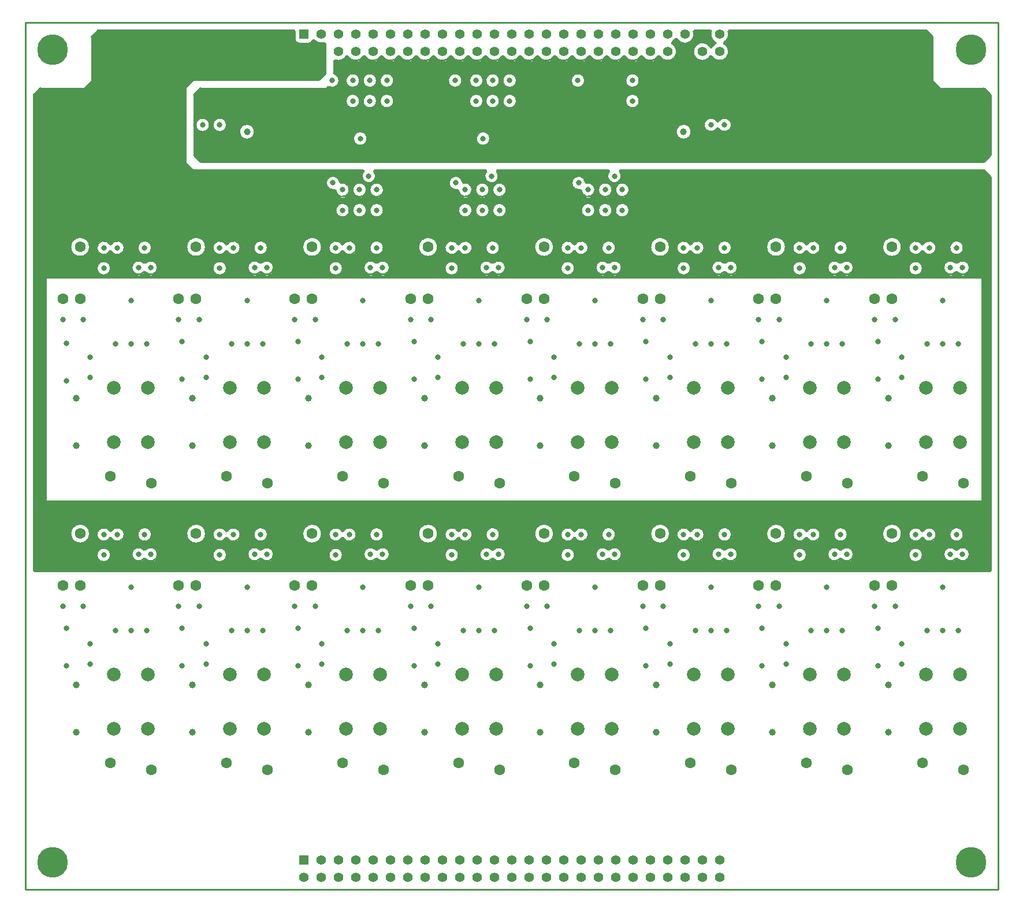
<source format=gbr>
*
*
G04 PADS Layout (Build Number 2005.266.2) generated Gerber (RS-274-X) file*
G04 PC Version=2.1*
*
%IN "cece_module_isoinput_10"*%
*
%MOMM*%
*
%FSLAX35Y35*%
*
*
*
*
G04 PC Standard Apertures*
*
*
G04 Thermal Relief Aperture macro.*
%AMTER*
1,1,$1,0,0*
1,0,$1-$2,0,0*
21,0,$3,$4,0,0,45*
21,0,$3,$4,0,0,135*
%
*
*
G04 Annular Aperture macro.*
%AMANN*
1,1,$1,0,0*
1,0,$2,0,0*
%
*
*
G04 Odd Aperture macro.*
%AMODD*
1,1,$1,0,0*
1,0,$1-0.005,0,0*
%
*
*
G04 PC Custom Aperture Macros*
*
*
*
*
*
*
G04 PC Aperture Table*
*
%ADD034R,1.4224X1.4224*%
%ADD035C,1.4224*%
%ADD036C,2*%
%ADD058C,0.254*%
%ADD061C,1*%
%ADD062C,0.8*%
%ADD103C,1.6*%
%ADD105C,4.5*%
*
*
*
*
G04 PC Custom Flashes*
G04 Layer Name cece_module_isoinput_10 - flashes*
%LPD*%
*
*
G04 PC Circuitry*
G04 Layer Name cece_module_isoinput_10 - circuitry*
%LPD*%
*
G54D34*
G01X29482000Y13127000D03*
Y25227000D03*
G54D35*
Y12873000D03*
X29736000Y13127000D03*
Y12873000D03*
X29990000Y13127000D03*
Y12873000D03*
X30244000Y13127000D03*
Y12873000D03*
X30498000Y13127000D03*
Y12873000D03*
X30752000Y13127000D03*
Y12873000D03*
X31006000Y13127000D03*
Y12873000D03*
X31260000Y13127000D03*
Y12873000D03*
X31514000Y13127000D03*
Y12873000D03*
X31768000Y13127000D03*
Y12873000D03*
X32022000Y13127000D03*
Y12873000D03*
X32276000Y13127000D03*
Y12873000D03*
X32530000Y13127000D03*
Y12873000D03*
X32784000Y13127000D03*
Y12873000D03*
X33038000Y13127000D03*
Y12873000D03*
X33292000Y13127000D03*
Y12873000D03*
X33546000Y13127000D03*
Y12873000D03*
X33800000Y13127000D03*
Y12873000D03*
X34054000Y13127000D03*
Y12873000D03*
X34308000Y13127000D03*
Y12873000D03*
X34562000Y13127000D03*
Y12873000D03*
X34816000Y13127000D03*
Y12873000D03*
X35070000Y13127000D03*
Y12873000D03*
X35324000Y13127000D03*
Y12873000D03*
X35578000Y13127000D03*
Y12873000D03*
X29482000Y24973000D03*
X29736000Y25227000D03*
Y24973000D03*
X29990000Y25227000D03*
Y24973000D03*
X30244000Y25227000D03*
Y24973000D03*
X30498000Y25227000D03*
Y24973000D03*
X30752000Y25227000D03*
Y24973000D03*
X31006000Y25227000D03*
Y24973000D03*
X31260000Y25227000D03*
Y24973000D03*
X31514000Y25227000D03*
Y24973000D03*
X31768000Y25227000D03*
Y24973000D03*
X32022000Y25227000D03*
Y24973000D03*
X32276000Y25227000D03*
Y24973000D03*
X32530000Y25227000D03*
Y24973000D03*
X32784000Y25227000D03*
Y24973000D03*
X33038000Y25227000D03*
Y24973000D03*
X33292000Y25227000D03*
Y24973000D03*
X33546000Y25227000D03*
Y24973000D03*
X33800000Y25227000D03*
Y24973000D03*
X34054000Y25227000D03*
Y24973000D03*
X34308000Y25227000D03*
Y24973000D03*
X34562000Y25227000D03*
Y24973000D03*
X34816000Y25227000D03*
Y24973000D03*
X35070000Y25227000D03*
Y24973000D03*
X35324000Y25227000D03*
Y24973000D03*
X35578000Y25227000D03*
Y24973000D03*
G54D36*
X26700000Y15050000D03*
X27200000D03*
Y15850000D03*
X26700000D03*
X30100000Y19250000D03*
X30600000D03*
Y20050000D03*
X30100000D03*
X31800000Y15050000D03*
X32300000D03*
Y15850000D03*
X31800000D03*
Y19250000D03*
X32300000D03*
Y20050000D03*
X31800000D03*
X33500000Y15050000D03*
X34000000D03*
Y15850000D03*
X33500000D03*
Y19250000D03*
X34000000D03*
Y20050000D03*
X33500000D03*
X26700000Y19250000D03*
X27200000D03*
Y20050000D03*
X26700000D03*
X35200000Y15050000D03*
X35700000D03*
Y15850000D03*
X35200000D03*
Y19250000D03*
X35700000D03*
Y20050000D03*
X35200000D03*
X36900000Y15050000D03*
X37400000D03*
Y15850000D03*
X36900000D03*
Y19250000D03*
X37400000D03*
Y20050000D03*
X36900000D03*
X38600000Y15050000D03*
X39100000D03*
Y15850000D03*
X38600000D03*
Y19250000D03*
X39100000D03*
Y20050000D03*
X38600000D03*
X28400000Y15050000D03*
X28900000D03*
Y15850000D03*
X28400000D03*
Y19250000D03*
X28900000D03*
Y20050000D03*
X28400000D03*
X30100000Y15050000D03*
X30600000D03*
Y15850000D03*
X30100000D03*
G54D58*
X35162701Y23800000D02*
G75*
G03X35162701I-112701J0D01*
G01X34402701Y24250000D02*
G03X34402701I-102701J0D01*
G01Y24550000D02*
G03X34402701I-102701J0D01*
G01X33602701D02*
G03X33602701I-102701J0D01*
G01X32602701Y24250000D02*
G03X32602701I-102701J0D01*
G01Y24550000D02*
G03X32602701I-102701J0D01*
G01X32212701Y23700000D02*
G03X32212701I-102701J0D01*
G01X32352701Y24250000D02*
G03X32352701I-102701J0D01*
G01Y24550000D02*
G03X32352701I-102701J0D01*
G01X32112701Y24250000D02*
G03X32112701I-102701J0D01*
G01Y24550000D02*
G03X32112701I-102701J0D01*
G01X31802701D02*
G03X31802701I-102701J0D01*
G01X30802701Y24250000D02*
G03X30802701I-102701J0D01*
G01Y24550000D02*
G03X30802701I-102701J0D01*
G01X30412701Y23700000D02*
G03X30412701I-102701J0D01*
G01X30552701Y24250000D02*
G03X30552701I-102701J0D01*
G01Y24550000D02*
G03X30552701I-102701J0D01*
G01X30302701Y24250000D02*
G03X30302701I-102701J0D01*
G01Y24550000D02*
G03X30302701I-102701J0D01*
G01X28762701Y23800000D02*
G03X28762701I-112701J0D01*
G01X28352701Y23900000D02*
G03X28352701I-102701J0D01*
G01X39152701Y17900000D02*
G03X39152701I-102701J0D01*
G01X38552701Y17600000D02*
G03X38552701I-102701J0D01*
G01X38246701Y17912000D02*
G03X38246701I-142701J0D01*
G01X37452701Y17900000D02*
G03X37452701I-102701J0D01*
G01X36852701Y17600000D02*
G03X36852701I-102701J0D01*
G01X36546701Y17912000D02*
G03X36546701I-142701J0D01*
G01X35752701Y17900000D02*
G03X35752701I-102701J0D01*
G01X35152701Y17600000D02*
G03X35152701I-102701J0D01*
G01X34846701Y17912000D02*
G03X34846701I-142701J0D01*
G01X34052701Y17900000D02*
G03X34052701I-102701J0D01*
G01X33452701Y17600000D02*
G03X33452701I-102701J0D01*
G01X33146701Y17912000D02*
G03X33146701I-142701J0D01*
G01X32352701Y17900000D02*
G03X32352701I-102701J0D01*
G01X31752701Y17600000D02*
G03X31752701I-102701J0D01*
G01X31446701Y17912000D02*
G03X31446701I-142701J0D01*
G01X30652701Y17900000D02*
G03X30652701I-102701J0D01*
G01X30052701Y17600000D02*
G03X30052701I-102701J0D01*
G01X29746701Y17912000D02*
G03X29746701I-142701J0D01*
G01X28952701Y17900000D02*
G03X28952701I-102701J0D01*
G01X28352701Y17600000D02*
G03X28352701I-102701J0D01*
G01X28046701Y17912000D02*
G03X28046701I-142701J0D01*
G01X27252701Y17900000D02*
G03X27252701I-102701J0D01*
G01X26652701Y17600000D02*
G03X26652701I-102701J0D01*
G01X26346701Y17912000D02*
G03X26346701I-142701J0D01*
G01X39152701Y22100000D02*
G03X39152701I-102701J0D01*
G01X38552701Y21800000D02*
G03X38552701I-102701J0D01*
G01X38246701Y22112000D02*
G03X38246701I-142701J0D01*
G01X37452701Y22100000D02*
G03X37452701I-102701J0D01*
G01X36852701Y21800000D02*
G03X36852701I-102701J0D01*
G01X36546701Y22112000D02*
G03X36546701I-142701J0D01*
G01X35752701Y22100000D02*
G03X35752701I-102701J0D01*
G01X35152701Y21800000D02*
G03X35152701I-102701J0D01*
G01X34846701Y22112000D02*
G03X34846701I-142701J0D01*
G01X34052701Y22100000D02*
G03X34052701I-102701J0D01*
G01X34252701Y22650000D02*
G03X34252701I-102701J0D01*
G01X34002701D02*
G03X34002701I-102701J0D01*
G01Y22950000D02*
G03X34002701I-102701J0D01*
G01X33452701Y21800000D02*
G03X33452701I-102701J0D01*
G01X33752701Y22650000D02*
G03X33752701I-102701J0D01*
G01X33146701Y22112000D02*
G03X33146701I-142701J0D01*
G01X32352701Y22100000D02*
G03X32352701I-102701J0D01*
G01X32452701Y22650000D02*
G03X32452701I-102701J0D01*
G01X32202701D02*
G03X32202701I-102701J0D01*
G01Y22950000D02*
G03X32202701I-102701J0D01*
G01X31752701Y21800000D02*
G03X31752701I-102701J0D01*
G01X31952701Y22650000D02*
G03X31952701I-102701J0D01*
G01X31446701Y22112000D02*
G03X31446701I-142701J0D01*
G01X30652701Y22100000D02*
G03X30652701I-102701J0D01*
G01Y22650000D02*
G03X30652701I-102701J0D01*
G01X30052701Y21800000D02*
G03X30052701I-102701J0D01*
G01X30402701Y22650000D02*
G03X30402701I-102701J0D01*
G01Y22950000D02*
G03X30402701I-102701J0D01*
G01X30152701Y22650000D02*
G03X30152701I-102701J0D01*
G01X29746701Y22112000D02*
G03X29746701I-142701J0D01*
G01X28952701Y22100000D02*
G03X28952701I-102701J0D01*
G01X28352701Y21800000D02*
G03X28352701I-102701J0D01*
G01X28046701Y22112000D02*
G03X28046701I-142701J0D01*
G01X27252701Y22100000D02*
G03X27252701I-102701J0D01*
G01X26652701Y21800000D02*
G03X26652701I-102701J0D01*
G01X26346701Y22112000D02*
G03X26346701I-142701J0D01*
G01X39547300Y23460521D02*
Y24339479D01*
G03X39543580Y24348459I-12700J0*
G01X39458459Y24433580*
G03X39449479Y24437300I-8980J-8980*
G01X38804740*
X38697300Y24544740*
Y25189479*
G03X38693580Y25198459I-12700J0*
G01X38608459Y25283580*
G03X38599479Y25287300I-8980J-8980*
G01X35716573*
G03X35704562Y25270474I0J-12700*
G01X35644737Y25111008D02*
G03X35704562Y25270474I-66737J115992D01*
G01X35644737Y25111008D02*
G03Y25088992I6333J-11008D01*
G01X35462008Y24906263D02*
G03X35644737Y25088992I115992J66737D01*
G01X35462008Y24906263D02*
G03X35439992I-11008J-6333D01*
G01Y25039737D02*
G03Y24906263I-115992J-66737D01*
G01Y25039737D02*
G03X35462008I11008J6333D01*
G01X35511263Y25088992D02*
G03X35462008Y25039737I66737J-115992D01*
G01X35511263Y25088992D02*
G03Y25111008I-6333J11008D01*
G01X35451438Y25270474D02*
G03X35511263Y25111008I126562J-43474D01*
G01X35451438Y25270474D02*
G03X35439427Y25287300I-12011J4126D01*
G01X35208573*
G03X35196562Y25270474I0J-12700*
G01X34954008Y25160263D02*
G03X35196562Y25270474I115992J66737D01*
G01X34954008Y25160263D02*
G03X34931992I-11008J-6333D01*
G01X34882737Y25111008D02*
G03X34931992Y25160263I-66737J115992D01*
G01X34882737Y25111008D02*
G03Y25088992I6333J-11008D01*
G01X34700008Y24906263D02*
G03X34882737Y25088992I115992J66737D01*
G01X34700008Y24906263D02*
G03X34677992I-11008J-6333D01*
G01X34446008D02*
G03X34677992I115992J66737D01*
G01X34446008D02*
G03X34423992I-11008J-6333D01*
G01X34192008D02*
G03X34423992I115992J66737D01*
G01X34192008D02*
G03X34169992I-11008J-6333D01*
G01X33938008D02*
G03X34169992I115992J66737D01*
G01X33938008D02*
G03X33915992I-11008J-6333D01*
G01X33684008D02*
G03X33915992I115992J66737D01*
G01X33684008D02*
G03X33661992I-11008J-6333D01*
G01X33430008D02*
G03X33661992I115992J66737D01*
G01X33430008D02*
G03X33407992I-11008J-6333D01*
G01X33176008D02*
G03X33407992I115992J66737D01*
G01X33176008D02*
G03X33153992I-11008J-6333D01*
G01X32922008D02*
G03X33153992I115992J66737D01*
G01X32922008D02*
G03X32899992I-11008J-6333D01*
G01X32668008D02*
G03X32899992I115992J66737D01*
G01X32668008D02*
G03X32645992I-11008J-6333D01*
G01X32414008D02*
G03X32645992I115992J66737D01*
G01X32414008D02*
G03X32391992I-11008J-6333D01*
G01X32160008D02*
G03X32391992I115992J66737D01*
G01X32160008D02*
G03X32137992I-11008J-6333D01*
G01X31906008D02*
G03X32137992I115992J66737D01*
G01X31906008D02*
G03X31883992I-11008J-6333D01*
G01X31652008D02*
G03X31883992I115992J66737D01*
G01X31652008D02*
G03X31629992I-11008J-6333D01*
G01X31398008D02*
G03X31629992I115992J66737D01*
G01X31398008D02*
G03X31375992I-11008J-6333D01*
G01X31144008D02*
G03X31375992I115992J66737D01*
G01X31144008D02*
G03X31121992I-11008J-6333D01*
G01X30890008D02*
G03X31121992I115992J66737D01*
G01X30890008D02*
G03X30867992I-11008J-6333D01*
G01X30636008D02*
G03X30867992I115992J66737D01*
G01X30636008D02*
G03X30613992I-11008J-6333D01*
G01X30382008D02*
G03X30613992I115992J66737D01*
G01X30382008D02*
G03X30359992I-11008J-6333D01*
G01X30128008D02*
G03X30359992I115992J66737D01*
G01X30128008D02*
G03X30105992I-11008J-6333D01*
G01X29940133Y24848818D02*
G03X30105992Y24906263I49867J124182D01*
G01X29940133Y24848818D02*
G03X29922700Y24837033I-4733J-11785D01*
G01Y24659837*
G03X29931504Y24647749I12700J-0*
G01X29850748Y24459880D02*
G03X29931504Y24647749I49252J90120D01*
G01X29850747Y24459880D02*
G03X29835677Y24457716I-6090J-11144D01*
G01X29815260Y24437300*
X27970521*
G03X27961541Y24433580I-0J-12700*
G01X27876420Y24348459*
G03X27872700Y24339479I8980J-8980*
G01Y23913569*
G03X27898012Y23912076I12700J0*
G01Y23887924D02*
G03Y23912076I101988J12076D01*
G01Y23887924D02*
G03X27872700Y23886431I-12612J-1493D01*
G01Y23460521*
G03X27876420Y23451541I12700J-0*
G01X27961541Y23366420*
G03X27970521Y23362700I8980J8980*
G01X39449479*
G03X39458459Y23366420I0J12700*
G01X39543580Y23451541*
G03X39547300Y23460521I-8980J8980*
G01Y17375401D02*
Y23139479D01*
G03X39543580Y23148459I-12700J0*
G01X39458459Y23233580*
G03X39449479Y23237300I-8980J-8980*
G01X34123046*
G03X34113357Y23216390I0J-12700*
G01X34088735Y23062479D02*
G03X34113356Y23216390I-53735J87521D01*
G01X34088735Y23062479D02*
G03X34086390Y23060626I6645J-10823D01*
X34083609Y23059532I3230J-12282*
G01X33956643Y23216390D02*
G03X34083609Y23059532I78357J-66390D01*
G01X33956643Y23216390D02*
G03X33946954Y23237300I-9689J8210D01*
G01X32323046*
G03X32313357Y23216390I0J-12700*
G01X32288735Y23062479D02*
G03X32313356Y23216390I-53735J87521D01*
G01X32288735Y23062479D02*
G03X32286390Y23060626I6645J-10823D01*
X32283609Y23059532I3230J-12282*
G01X32156643Y23216390D02*
G03X32283609Y23059532I78357J-66390D01*
G01X32156643Y23216390D02*
G03X32146954Y23237300I-9689J8210D01*
G01X30523046*
G03X30513357Y23216390I0J-12700*
G01X30488735Y23062479D02*
G03X30513356Y23216390I-53735J87521D01*
G01X30488735Y23062479D02*
G03X30486390Y23060626I6645J-10823D01*
X30483609Y23059532I3230J-12282*
G01X30356643Y23216390D02*
G03X30483609Y23059532I78357J-66390D01*
G01X30356643Y23216390D02*
G03X30346954Y23237300I-9689J8210D01*
G01X27854740*
X27747300Y23344740*
Y24455260*
X27854740Y24562700*
X29699479*
G03X29708459Y24566420I0J12700*
G01X29793580Y24651541*
G03X29797300Y24660521I-8980J8980*
G01Y25088774*
X29797300D02*
G03X29780387Y25100755I-12700J0D01*
G01X29634243Y25140089D02*
G03X29780387Y25100756I101757J86911D01*
G01X29634243Y25140089D02*
G03X29612549Y25135890I-9657J-8248D01*
G01X29553120Y25093180D02*
G03X29612549Y25135890I0J62700D01*
G01X29553120Y25093179D02*
X29410880D01*
X29348179Y25155880D02*
G03X29410880Y25093179I62701J0D01*
G01X29348179Y25155880D02*
Y25274600D01*
X29348179D02*
G03X29335479Y25287300I-12700J0D01*
G01X29335479D02*
X26470521D01*
G03X26461541Y25283580I-0J-12700*
G01X26376420Y25198459*
G03X26372700Y25189479I8980J-8980*
G01Y24544740*
X26265260Y24437300*
X25620521*
G03X25611541Y24433580I-0J-12700*
G01X25526420Y24348459*
G03X25522700Y24339479I8980J-8980*
G01Y17375401*
X25522700D02*
G03X25535400Y17362701I12700J-0D01*
G01X25535400D02*
X39534600D01*
X39534600D02*
G03X39547300Y17375401I0J12700D01*
G01X35561005Y23848743D02*
G03Y23951257I88995J51257D01*
G01Y23848743D02*
G03X35538995I-11005J-6339D01*
G01Y23951257D02*
G03Y23848743I-88995J-51257D01*
G01Y23951257D02*
G03X35561005I11005J6339D01*
G01X35162701Y23800000D02*
G03X35162701I-112701J0D01*
G01X34402701Y24250000D02*
G03X34402701I-102701J0D01*
G01Y24550000D02*
G03X34402701I-102701J0D01*
G01X33602701D02*
G03X33602701I-102701J0D01*
G01X32602701Y24250000D02*
G03X32602701I-102701J0D01*
G01Y24550000D02*
G03X32602701I-102701J0D01*
G01X32212701Y23700000D02*
G03X32212701I-102701J0D01*
G01X32352701Y24250000D02*
G03X32352701I-102701J0D01*
G01Y24550000D02*
G03X32352701I-102701J0D01*
G01X32112701Y24250000D02*
G03X32112701I-102701J0D01*
G01Y24550000D02*
G03X32112701I-102701J0D01*
G01X31802701D02*
G03X31802701I-102701J0D01*
G01X30802701Y24250000D02*
G03X30802701I-102701J0D01*
G01Y24550000D02*
G03X30802701I-102701J0D01*
G01X30412701Y23700000D02*
G03X30412701I-102701J0D01*
G01X30552701Y24250000D02*
G03X30552701I-102701J0D01*
G01Y24550000D02*
G03X30552701I-102701J0D01*
G01X30302701Y24250000D02*
G03X30302701I-102701J0D01*
G01Y24550000D02*
G03X30302701I-102701J0D01*
G01X28762701Y23800000D02*
G03X28762701I-112701J0D01*
G01X28352701Y23900000D02*
G03X28352701I-102701J0D01*
G01X39059784Y17544817D02*
G03Y17675783I79116J65483D01*
G01Y17544817D02*
G03X39040216I-9784J-8097D01*
G01Y17675783D02*
G03Y17544817I-79116J-65483D01*
G01Y17675783D02*
G03X39059784I9784J8097D01*
G01X39152701Y17900000D02*
G03X39152701I-102701J0D01*
G01X38552701Y17600000D02*
G03X38552701I-102701J0D01*
G01X38561005Y17848743D02*
G03Y17951257I88995J51257D01*
G01Y17848743D02*
G03X38538995I-11005J-6339D01*
G01Y17951257D02*
G03Y17848743I-88995J-51257D01*
G01Y17951257D02*
G03X38561005I11005J6339D01*
G01X38246701Y17912000D02*
G03X38246701I-142701J0D01*
G01X37359784Y17544817D02*
G03Y17675783I79116J65483D01*
G01Y17544817D02*
G03X37340216I-9784J-8097D01*
G01Y17675783D02*
G03Y17544817I-79116J-65483D01*
G01Y17675783D02*
G03X37359784I9784J8097D01*
G01X37452701Y17900000D02*
G03X37452701I-102701J0D01*
G01X36852701Y17600000D02*
G03X36852701I-102701J0D01*
G01X36861005Y17848743D02*
G03Y17951257I88995J51257D01*
G01Y17848743D02*
G03X36838995I-11005J-6339D01*
G01Y17951257D02*
G03Y17848743I-88995J-51257D01*
G01Y17951257D02*
G03X36861005I11005J6339D01*
G01X36546701Y17912000D02*
G03X36546701I-142701J0D01*
G01X35659784Y17544817D02*
G03Y17675783I79116J65483D01*
G01Y17544817D02*
G03X35640216I-9784J-8097D01*
G01Y17675783D02*
G03Y17544817I-79116J-65483D01*
G01Y17675783D02*
G03X35659784I9784J8097D01*
G01X35752701Y17900000D02*
G03X35752701I-102701J0D01*
G01X35152701Y17600000D02*
G03X35152701I-102701J0D01*
G01X35161005Y17848743D02*
G03Y17951257I88995J51257D01*
G01Y17848743D02*
G03X35138995I-11005J-6339D01*
G01Y17951257D02*
G03Y17848743I-88995J-51257D01*
G01Y17951257D02*
G03X35161005I11005J6339D01*
G01X34846701Y17912000D02*
G03X34846701I-142701J0D01*
G01X33959784Y17544817D02*
G03Y17675783I79116J65483D01*
G01Y17544817D02*
G03X33940216I-9784J-8097D01*
G01Y17675783D02*
G03Y17544817I-79116J-65483D01*
G01Y17675783D02*
G03X33959784I9784J8097D01*
G01X34052701Y17900000D02*
G03X34052701I-102701J0D01*
G01X33452701Y17600000D02*
G03X33452701I-102701J0D01*
G01X33461005Y17848743D02*
G03Y17951257I88995J51257D01*
G01Y17848743D02*
G03X33438995I-11005J-6339D01*
G01Y17951257D02*
G03Y17848743I-88995J-51257D01*
G01Y17951257D02*
G03X33461005I11005J6339D01*
G01X33146701Y17912000D02*
G03X33146701I-142701J0D01*
G01X32259784Y17544817D02*
G03Y17675783I79116J65483D01*
G01Y17544817D02*
G03X32240216I-9784J-8097D01*
G01Y17675783D02*
G03Y17544817I-79116J-65483D01*
G01Y17675783D02*
G03X32259784I9784J8097D01*
G01X32352701Y17900000D02*
G03X32352701I-102701J0D01*
G01X31752701Y17600000D02*
G03X31752701I-102701J0D01*
G01X31761005Y17848743D02*
G03Y17951257I88995J51257D01*
G01Y17848743D02*
G03X31738995I-11005J-6339D01*
G01Y17951257D02*
G03Y17848743I-88995J-51257D01*
G01Y17951257D02*
G03X31761005I11005J6339D01*
G01X31446701Y17912000D02*
G03X31446701I-142701J0D01*
G01X30559784Y17544817D02*
G03Y17675783I79116J65483D01*
G01Y17544817D02*
G03X30540216I-9784J-8097D01*
G01Y17675783D02*
G03Y17544817I-79116J-65483D01*
G01Y17675783D02*
G03X30559784I9784J8097D01*
G01X30652701Y17900000D02*
G03X30652701I-102701J0D01*
G01X30052701Y17600000D02*
G03X30052701I-102701J0D01*
G01X30061005Y17848743D02*
G03Y17951257I88995J51257D01*
G01Y17848743D02*
G03X30038995I-11005J-6339D01*
G01Y17951257D02*
G03Y17848743I-88995J-51257D01*
G01Y17951257D02*
G03X30061005I11005J6339D01*
G01X29746701Y17912000D02*
G03X29746701I-142701J0D01*
G01X28859784Y17544817D02*
G03Y17675783I79116J65483D01*
G01Y17544817D02*
G03X28840216I-9784J-8097D01*
G01Y17675783D02*
G03Y17544817I-79116J-65483D01*
G01Y17675783D02*
G03X28859784I9784J8097D01*
G01X28952701Y17900000D02*
G03X28952701I-102701J0D01*
G01X28352701Y17600000D02*
G03X28352701I-102701J0D01*
G01X28361005Y17848743D02*
G03Y17951257I88995J51257D01*
G01Y17848743D02*
G03X28338995I-11005J-6339D01*
G01Y17951257D02*
G03Y17848743I-88995J-51257D01*
G01Y17951257D02*
G03X28361005I11005J6339D01*
G01X28046701Y17912000D02*
G03X28046701I-142701J0D01*
G01X27159784Y17544817D02*
G03Y17675783I79116J65483D01*
G01Y17544817D02*
G03X27140216I-9784J-8097D01*
G01Y17675783D02*
G03Y17544817I-79116J-65483D01*
G01Y17675783D02*
G03X27159784I9784J8097D01*
G01X27252701Y17900000D02*
G03X27252701I-102701J0D01*
G01X26652701Y17600000D02*
G03X26652701I-102701J0D01*
G01X26661005Y17848743D02*
G03Y17951257I88995J51257D01*
G01Y17848743D02*
G03X26638995I-11005J-6339D01*
G01Y17951257D02*
G03Y17848743I-88995J-51257D01*
G01Y17951257D02*
G03X26661005I11005J6339D01*
G01X26346701Y17912000D02*
G03X26346701I-142701J0D01*
G01X39422701Y21650000D02*
Y18400000D01*
X39410000Y18387299D02*
G03X39422701Y18400000I0J12701D01*
G01X39410000Y18387299D02*
X25710000D01*
X25697299Y18400000D02*
G03X25710000Y18387299I12701J0D01*
G01X25697299Y18400000D02*
Y21650000D01*
X25710000Y21662701D02*
G03X25697299Y21650000I0J-12701D01*
G01X25710000Y21662701D02*
X39410000D01*
X39422701Y21650000D02*
G03X39410000Y21662701I-12701J0D01*
G01X39059784Y21744817D02*
G03Y21875783I79116J65483D01*
G01Y21744817D02*
G03X39040216I-9784J-8097D01*
G01Y21875783D02*
G03Y21744817I-79116J-65483D01*
G01Y21875783D02*
G03X39059784I9784J8097D01*
G01X39152701Y22100000D02*
G03X39152701I-102701J0D01*
G01X38552701Y21800000D02*
G03X38552701I-102701J0D01*
G01X38561005Y22048743D02*
G03Y22151257I88995J51257D01*
G01Y22048743D02*
G03X38538995I-11005J-6339D01*
G01Y22151257D02*
G03Y22048743I-88995J-51257D01*
G01Y22151257D02*
G03X38561005I11005J6339D01*
G01X38246701Y22112000D02*
G03X38246701I-142701J0D01*
G01X37359784Y21744817D02*
G03Y21875783I79116J65483D01*
G01Y21744817D02*
G03X37340216I-9784J-8097D01*
G01Y21875783D02*
G03Y21744817I-79116J-65483D01*
G01Y21875783D02*
G03X37359784I9784J8097D01*
G01X37452701Y22100000D02*
G03X37452701I-102701J0D01*
G01X36852701Y21800000D02*
G03X36852701I-102701J0D01*
G01X36861005Y22048743D02*
G03Y22151257I88995J51257D01*
G01Y22048743D02*
G03X36838995I-11005J-6339D01*
G01Y22151257D02*
G03Y22048743I-88995J-51257D01*
G01Y22151257D02*
G03X36861005I11005J6339D01*
G01X36546701Y22112000D02*
G03X36546701I-142701J0D01*
G01X35659784Y21744817D02*
G03Y21875783I79116J65483D01*
G01Y21744817D02*
G03X35640216I-9784J-8097D01*
G01Y21875783D02*
G03Y21744817I-79116J-65483D01*
G01Y21875783D02*
G03X35659784I9784J8097D01*
G01X35752701Y22100000D02*
G03X35752701I-102701J0D01*
G01X35152701Y21800000D02*
G03X35152701I-102701J0D01*
G01X35161005Y22048743D02*
G03Y22151257I88995J51257D01*
G01Y22048743D02*
G03X35138995I-11005J-6339D01*
G01Y22151257D02*
G03Y22048743I-88995J-51257D01*
G01Y22151257D02*
G03X35161005I11005J6339D01*
G01X34846701Y22112000D02*
G03X34846701I-142701J0D01*
G01X33959784Y21744817D02*
G03Y21875783I79116J65483D01*
G01Y21744817D02*
G03X33940216I-9784J-8097D01*
G01Y21875783D02*
G03Y21744817I-79116J-65483D01*
G01Y21875783D02*
G03X33959784I9784J8097D01*
G01X34052701Y22100000D02*
G03X34052701I-102701J0D01*
G01X34252701Y22650000D02*
G03X34252701I-102701J0D01*
G01X34096265Y23037521D02*
G03X34101391Y23040468I53735J-87521D01*
G01X34096265Y23037521D02*
G03X34098610Y23039374I-6645J10823D01*
X34101391Y23040468I-3230J12282*
G01X34002701Y22650000D02*
G03X34002701I-102701J0D01*
G01Y22950000D02*
G03X34002701I-102701J0D01*
G01X33452701Y21800000D02*
G03X33452701I-102701J0D01*
G01X33461005Y22048743D02*
G03Y22151257I88995J51257D01*
G01Y22048743D02*
G03X33438995I-11005J-6339D01*
G01Y22151257D02*
G03Y22048743I-88995J-51257D01*
G01Y22151257D02*
G03X33461005I11005J6339D01*
G01X33752701Y22650000D02*
G03X33752701I-102701J0D01*
G01X33547913Y22938791D02*
G03X33627494Y23050204I102087J11209D01*
G01X33547913Y22938791D02*
G03X33532506Y22949796I-12624J-1387D01*
G01X33612087Y23061209D02*
G03X33532506Y22949796I-102087J-11209D01*
G01X33612087Y23061209D02*
G03X33627494Y23050204I12624J1387D01*
G01X33146701Y22112000D02*
G03X33146701I-142701J0D01*
G01X32259784Y21744817D02*
G03Y21875783I79116J65483D01*
G01Y21744817D02*
G03X32240216I-9784J-8097D01*
G01Y21875783D02*
G03Y21744817I-79116J-65483D01*
G01Y21875783D02*
G03X32259784I9784J8097D01*
G01X32352701Y22100000D02*
G03X32352701I-102701J0D01*
G01X32452701Y22650000D02*
G03X32452701I-102701J0D01*
G01X32296265Y23037521D02*
G03X32301391Y23040468I53735J-87521D01*
G01X32296265Y23037521D02*
G03X32298610Y23039374I-6645J10823D01*
X32301391Y23040468I-3230J12282*
G01X32202701Y22650000D02*
G03X32202701I-102701J0D01*
G01Y22950000D02*
G03X32202701I-102701J0D01*
G01X31752701Y21800000D02*
G03X31752701I-102701J0D01*
G01X31761005Y22048743D02*
G03Y22151257I88995J51257D01*
G01Y22048743D02*
G03X31738995I-11005J-6339D01*
G01Y22151257D02*
G03Y22048743I-88995J-51257D01*
G01Y22151257D02*
G03X31761005I11005J6339D01*
G01X31952701Y22650000D02*
G03X31952701I-102701J0D01*
G01X31747913Y22938791D02*
G03X31827494Y23050204I102087J11209D01*
G01X31747913Y22938791D02*
G03X31732506Y22949796I-12624J-1387D01*
G01X31812087Y23061209D02*
G03X31732506Y22949796I-102087J-11209D01*
G01X31812087Y23061209D02*
G03X31827494Y23050204I12624J1387D01*
G01X31446701Y22112000D02*
G03X31446701I-142701J0D01*
G01X30559784Y21744817D02*
G03Y21875783I79116J65483D01*
G01Y21744817D02*
G03X30540216I-9784J-8097D01*
G01Y21875783D02*
G03Y21744817I-79116J-65483D01*
G01Y21875783D02*
G03X30559784I9784J8097D01*
G01X30652701Y22100000D02*
G03X30652701I-102701J0D01*
G01Y22650000D02*
G03X30652701I-102701J0D01*
G01X30496265Y23037521D02*
G03X30501391Y23040468I53735J-87521D01*
G01X30496265Y23037521D02*
G03X30498610Y23039374I-6645J10823D01*
X30501391Y23040468I-3230J12282*
G01X30052701Y21800000D02*
G03X30052701I-102701J0D01*
G01X30061005Y22048743D02*
G03Y22151257I88995J51257D01*
G01Y22048743D02*
G03X30038995I-11005J-6339D01*
G01Y22151257D02*
G03Y22048743I-88995J-51257D01*
G01Y22151257D02*
G03X30061005I11005J6339D01*
G01X30402701Y22650000D02*
G03X30402701I-102701J0D01*
G01Y22950000D02*
G03X30402701I-102701J0D01*
G01X30152701Y22650000D02*
G03X30152701I-102701J0D01*
G01X29947913Y22938791D02*
G03X30027494Y23050204I102087J11209D01*
G01X29947913Y22938791D02*
G03X29932506Y22949796I-12624J-1387D01*
G01X30012087Y23061209D02*
G03X29932506Y22949796I-102087J-11209D01*
G01X30012087Y23061209D02*
G03X30027494Y23050204I12624J1387D01*
G01X29746701Y22112000D02*
G03X29746701I-142701J0D01*
G01X28859784Y21744817D02*
G03Y21875783I79116J65483D01*
G01Y21744817D02*
G03X28840216I-9784J-8097D01*
G01Y21875783D02*
G03Y21744817I-79116J-65483D01*
G01Y21875783D02*
G03X28859784I9784J8097D01*
G01X28952701Y22100000D02*
G03X28952701I-102701J0D01*
G01X28352701Y21800000D02*
G03X28352701I-102701J0D01*
G01X28361005Y22048743D02*
G03Y22151257I88995J51257D01*
G01Y22048743D02*
G03X28338995I-11005J-6339D01*
G01Y22151257D02*
G03Y22048743I-88995J-51257D01*
G01Y22151257D02*
G03X28361005I11005J6339D01*
G01X28046701Y22112000D02*
G03X28046701I-142701J0D01*
G01X27159784Y21744817D02*
G03Y21875783I79116J65483D01*
G01Y21744817D02*
G03X27140216I-9784J-8097D01*
G01Y21875783D02*
G03Y21744817I-79116J-65483D01*
G01Y21875783D02*
G03X27159784I9784J8097D01*
G01X27252701Y22100000D02*
G03X27252701I-102701J0D01*
G01X26652701Y21800000D02*
G03X26652701I-102701J0D01*
G01X26661005Y22048743D02*
G03Y22151257I88995J51257D01*
G01Y22048743D02*
G03X26638995I-11005J-6339D01*
G01Y22151257D02*
G03Y22048743I-88995J-51257D01*
G01Y22151257D02*
G03X26661005I11005J6339D01*
G01X26346701Y22112000D02*
G03X26346701I-142701J0D01*
G01X34372453Y24322787D02*
X39547300D01*
X34389748Y24299927D02*
X39547300D01*
X34399070Y24277067D02*
X39547300D01*
X34402614Y24254207D02*
X39547300D01*
X34400992Y24231347D02*
X39547300D01*
X34393936Y24208487D02*
X39547300D01*
X34380022Y24185627D02*
X39547300D01*
X34354201Y24162767D02*
X39547300D01*
X27872700Y24139907D02*
X39547300D01*
X27872700Y24117047D02*
X39547300D01*
X27872700Y24094187D02*
X39547300D01*
X27872700Y24071327D02*
X39547300D01*
X27872700Y24048467D02*
X39547300D01*
X27872700Y24025607D02*
X39547300D01*
X27872700Y24002747D02*
X39547300D01*
X35714541Y23979887D02*
X39547300D01*
X35735413Y23957027D02*
X39547300D01*
X35746851Y23934167D02*
X39547300D01*
X35752076Y23911307D02*
X39547300D01*
X35752049Y23888447D02*
X39547300D01*
X35746763Y23865587D02*
X39547300D01*
X35735248Y23842727D02*
X39547300D01*
X35714234Y23819867D02*
X39547300D01*
X35162661Y23797007D02*
X39547300D01*
X35159695Y23774147D02*
X39547300D01*
X35151629Y23751287D02*
X39547300D01*
X35137056Y23728427D02*
X39547300D01*
X35111512Y23705567D02*
X39547300D01*
X32211234Y23682707D02*
X39547300D01*
X32204526Y23659847D02*
X39547300D01*
X32191097Y23636987D02*
X39547300D01*
X32166331Y23614127D02*
X39547300D01*
X27872700Y23591267D02*
X39547300D01*
X27872700Y23568407D02*
X39547300D01*
X27872700Y23545547D02*
X39547300D01*
X27872700Y23522687D02*
X39547300D01*
X27872700Y23499827D02*
X39547300D01*
X27872700Y23476967D02*
X39547300D01*
X34337405Y24345647D02*
X39545702D01*
X27874439Y23454107D02*
X39545561D01*
X27896467Y24368507D02*
X39523533D01*
X27896714Y23431247D02*
X39523286D01*
X27919327Y24391367D02*
X39500673D01*
X27919574Y23408387D02*
X39500426D01*
X27942187Y24414227D02*
X39477813D01*
X27942434Y23385527D02*
X39477566D01*
X27968203Y24437087D02*
X39451797D01*
X34349374Y24459947D02*
X38782093D01*
X34377669Y24482807D02*
X38759233D01*
X34392639Y24505667D02*
X38736373D01*
X34400431Y24528527D02*
X38713513D01*
X35698408Y25168607D02*
X38697300D01*
X35684329Y25145747D02*
X38697300D01*
X35662073Y25122887D02*
X38697300D01*
X35638370Y25100027D02*
X38697300D01*
X35662007Y25077167D02*
X38697300D01*
X35684288Y25054307D02*
X38697300D01*
X35698382Y25031447D02*
X38697300D01*
X35707002Y25008587D02*
X38697300D01*
X35711214Y24985727D02*
X38697300D01*
X35711436Y24962867D02*
X38697300D01*
X35707690Y24940007D02*
X38697300D01*
X35699607Y24917147D02*
X38697300D01*
X35686223Y24894287D02*
X38697300D01*
X35665125Y24871427D02*
X38697300D01*
X35627237Y24848567D02*
X38697300D01*
X29922700Y24825707D02*
X38697300D01*
X29922700Y24802847D02*
X38697300D01*
X29922700Y24779987D02*
X38697300D01*
X29922700Y24757127D02*
X38697300D01*
X29922700Y24734267D02*
X38697300D01*
X29922700Y24711407D02*
X38697300D01*
X29922700Y24688547D02*
X38697300D01*
X29922700Y24665687D02*
X38697300D01*
X34343939Y24642827D02*
X38697300D01*
X34375180Y24619967D02*
X38697300D01*
X34391260Y24597107D02*
X38697300D01*
X34399797Y24574247D02*
X38697300D01*
X34402691Y24551387D02*
X38697300D01*
X35707017Y25191467D02*
X38697144D01*
X35711219Y25214327D02*
X38677713D01*
X35711432Y25237187D02*
X38654853D01*
X35707676Y25260047D02*
X38631993D01*
X35706966Y25282907D02*
X38609133D01*
X35514234Y23819867D02*
X35585766D01*
X35514541Y23979887D02*
X35585459D01*
X35535248Y23842727D02*
X35564752D01*
X35535413Y23957027D02*
X35564587D01*
X35373237Y24848567D02*
X35528763D01*
X35366097Y25100027D02*
X35517630D01*
X35408007Y25077167D02*
X35493993D01*
X35154073Y25122887D02*
X35493927D01*
X35411125Y24871427D02*
X35490875D01*
X35430288Y25054307D02*
X35471712D01*
X35176329Y25145747D02*
X35471671D01*
X35432223Y24894287D02*
X35469777D01*
X35190408Y25168607D02*
X35457592D01*
X35198966Y25282907D02*
X35449034D01*
X35199017Y25191467D02*
X35448983D01*
X35199676Y25260047D02*
X35448324D01*
X35203219Y25214327D02*
X35444781D01*
X35203432Y25237187D02*
X35444568D01*
X35160936Y23819867D02*
X35385766D01*
X28314541Y23979887D02*
X35385459D01*
X35154287Y23842727D02*
X35364752D01*
X28335413Y23957027D02*
X35364587D01*
X35141650Y23865587D02*
X35353237D01*
X28346851Y23934167D02*
X35353149D01*
X35119847Y23888447D02*
X35347951D01*
X35067670Y23911307D02*
X35347924D01*
X35112258Y25100027D02*
X35281903D01*
X34865237Y24848567D02*
X35274763D01*
X34900007Y25077167D02*
X35239993D01*
X34903125Y24871427D02*
X35236875D01*
X34922288Y25054307D02*
X35217712D01*
X34924223Y24894287D02*
X35215777D01*
X34936382Y25031447D02*
X35203618D01*
X34937607Y24917147D02*
X35202393D01*
X34945002Y25008587D02*
X35194998D01*
X34945690Y24940007D02*
X35194310D01*
X34949214Y24985727D02*
X35190786D01*
X34949436Y24962867D02*
X35190564D01*
X28667670Y23911307D02*
X35032330D01*
X34876370Y25100027D02*
X35027742D01*
X32212550Y23705567D02*
X34988488D01*
X34900073Y25122887D02*
X34985927D01*
X28719847Y23888447D02*
X34980153D01*
X34922329Y25145747D02*
X34963671D01*
X32208688Y23728427D02*
X34962944D01*
X28741650Y23865587D02*
X34958350D01*
X32198978Y23751287D02*
X34948371D01*
X28754287Y23842727D02*
X34945713D01*
X32181061Y23774147D02*
X34940305D01*
X28760936Y23819867D02*
X34939064D01*
X32143721Y23797007D02*
X34937339D01*
X34611237Y24848567D02*
X34766763D01*
X34649125Y24871427D02*
X34728875D01*
X34670223Y24894287D02*
X34707777D01*
X34357237Y24848567D02*
X34512763D01*
X34395125Y24871427D02*
X34474875D01*
X34416223Y24894287D02*
X34453777D01*
X32537405Y24345647D02*
X34262595D01*
X34103237Y24848567D02*
X34258763D01*
X33543939Y24642827D02*
X34256061D01*
X33549374Y24459947D02*
X34250626D01*
X32554201Y24162767D02*
X34245799D01*
X32572453Y24322787D02*
X34227547D01*
X33575180Y24619967D02*
X34224820D01*
X33577669Y24482807D02*
X34222331D01*
X34141125Y24871427D02*
X34220875D01*
X32580022Y24185627D02*
X34219978D01*
X32589748Y24299927D02*
X34210252D01*
X33591260Y24597107D02*
X34208740D01*
X33592639Y24505667D02*
X34207361D01*
X32593936Y24208487D02*
X34206064D01*
X32599070Y24277067D02*
X34200930D01*
X33599797Y24574247D02*
X34200203D01*
X34162223Y24894287D02*
X34199777D01*
X33600431Y24528527D02*
X34199569D01*
X32600992Y24231347D02*
X34199008D01*
X32602614Y24254207D02*
X34197386D01*
X33602691Y24551387D02*
X34197309D01*
X33849237Y24848567D02*
X34004763D01*
X33887125Y24871427D02*
X33966875D01*
X33908223Y24894287D02*
X33945777D01*
X33595237Y24848567D02*
X33750763D01*
X33633125Y24871427D02*
X33712875D01*
X33654223Y24894287D02*
X33691777D01*
X33341237Y24848567D02*
X33496763D01*
X33379125Y24871427D02*
X33458875D01*
X32543939Y24642827D02*
X33456061D01*
X32549374Y24459947D02*
X33450626D01*
X33400223Y24894287D02*
X33437777D01*
X32575180Y24619967D02*
X33424820D01*
X32577669Y24482807D02*
X33422331D01*
X32591260Y24597107D02*
X33408740D01*
X32592639Y24505667D02*
X33407361D01*
X32599797Y24574247D02*
X33400203D01*
X32600431Y24528527D02*
X33399569D01*
X32602691Y24551387D02*
X33397309D01*
X33087237Y24848567D02*
X33242763D01*
X33125125Y24871427D02*
X33204875D01*
X33146223Y24894287D02*
X33183777D01*
X32833237Y24848567D02*
X32988763D01*
X32871125Y24871427D02*
X32950875D01*
X32892223Y24894287D02*
X32929777D01*
X32579237Y24848567D02*
X32734763D01*
X32617125Y24871427D02*
X32696875D01*
X32638223Y24894287D02*
X32675777D01*
X32325237Y24848567D02*
X32480763D01*
X32287405Y24345647D02*
X32462595D01*
X32293939Y24642827D02*
X32456061D01*
X32299374Y24459947D02*
X32450626D01*
X32304201Y24162767D02*
X32445799D01*
X32363125Y24871427D02*
X32442875D01*
X32322453Y24322787D02*
X32427547D01*
X32325180Y24619967D02*
X32424820D01*
X32327669Y24482807D02*
X32422331D01*
X32384223Y24894287D02*
X32421777D01*
X32330022Y24185627D02*
X32419978D01*
X32339748Y24299927D02*
X32410252D01*
X32341260Y24597107D02*
X32408740D01*
X32342639Y24505667D02*
X32407361D01*
X32343936Y24208487D02*
X32406064D01*
X32349070Y24277067D02*
X32400930D01*
X32349797Y24574247D02*
X32400203D01*
X32350431Y24528527D02*
X32399569D01*
X32350992Y24231347D02*
X32399008D01*
X32352614Y24254207D02*
X32397386D01*
X32352691Y24551387D02*
X32397309D01*
X32071237Y24848567D02*
X32226763D01*
X32047405Y24345647D02*
X32212595D01*
X32053939Y24642827D02*
X32206061D01*
X32059374Y24459947D02*
X32200626D01*
X32064201Y24162767D02*
X32195799D01*
X32109125Y24871427D02*
X32188875D01*
X32082453Y24322787D02*
X32177547D01*
X32085180Y24619967D02*
X32174820D01*
X32087669Y24482807D02*
X32172331D01*
X32090022Y24185627D02*
X32169978D01*
X32130223Y24894287D02*
X32167777D01*
X32099748Y24299927D02*
X32160252D01*
X32101260Y24597107D02*
X32158740D01*
X32102639Y24505667D02*
X32157361D01*
X32103936Y24208487D02*
X32156064D01*
X32109070Y24277067D02*
X32150930D01*
X32109797Y24574247D02*
X32150203D01*
X32110431Y24528527D02*
X32149569D01*
X32110992Y24231347D02*
X32149008D01*
X32112614Y24254207D02*
X32147386D01*
X32112691Y24551387D02*
X32147309D01*
X30343721Y23797007D02*
X32076279D01*
X30366331Y23614127D02*
X32053669D01*
X30381061Y23774147D02*
X32038939D01*
X30391097Y23636987D02*
X32028903D01*
X30398978Y23751287D02*
X32021022D01*
X30404526Y23659847D02*
X32015474D01*
X30408688Y23728427D02*
X32011312D01*
X30411234Y23682707D02*
X32008766D01*
X30412550Y23705567D02*
X32007450D01*
X31817237Y24848567D02*
X31972763D01*
X30737405Y24345647D02*
X31972595D01*
X31743939Y24642827D02*
X31966061D01*
X31749374Y24459947D02*
X31960626D01*
X30754201Y24162767D02*
X31955799D01*
X30772453Y24322787D02*
X31937547D01*
X31855125Y24871427D02*
X31934875D01*
X31775180Y24619967D02*
X31934820D01*
X31777669Y24482807D02*
X31932331D01*
X30780022Y24185627D02*
X31929978D01*
X30789748Y24299927D02*
X31920252D01*
X31791260Y24597107D02*
X31918740D01*
X31792639Y24505667D02*
X31917361D01*
X30793936Y24208487D02*
X31916064D01*
X31876223Y24894287D02*
X31913777D01*
X30799070Y24277067D02*
X31910930D01*
X31799797Y24574247D02*
X31910203D01*
X31800431Y24528527D02*
X31909569D01*
X30800992Y24231347D02*
X31909008D01*
X30802614Y24254207D02*
X31907386D01*
X31802691Y24551387D02*
X31907309D01*
X31563237Y24848567D02*
X31718763D01*
X31601125Y24871427D02*
X31680875D01*
X31622223Y24894287D02*
X31659777D01*
X30743939Y24642827D02*
X31656061D01*
X30749374Y24459947D02*
X31650626D01*
X30775180Y24619967D02*
X31624820D01*
X30777669Y24482807D02*
X31622331D01*
X30791260Y24597107D02*
X31608740D01*
X30792639Y24505667D02*
X31607361D01*
X30799797Y24574247D02*
X31600203D01*
X30800431Y24528527D02*
X31599569D01*
X30802691Y24551387D02*
X31597309D01*
X31309237Y24848567D02*
X31464763D01*
X31347125Y24871427D02*
X31426875D01*
X31368223Y24894287D02*
X31405777D01*
X31055237Y24848567D02*
X31210763D01*
X31093125Y24871427D02*
X31172875D01*
X31114223Y24894287D02*
X31151777D01*
X30801237Y24848567D02*
X30956763D01*
X30839125Y24871427D02*
X30918875D01*
X30860223Y24894287D02*
X30897777D01*
X30547237Y24848567D02*
X30702763D01*
X30585125Y24871427D02*
X30664875D01*
X30487405Y24345647D02*
X30662595D01*
X30493939Y24642827D02*
X30656061D01*
X30499374Y24459947D02*
X30650626D01*
X30504201Y24162767D02*
X30645799D01*
X30606223Y24894287D02*
X30643777D01*
X30522453Y24322787D02*
X30627547D01*
X30525180Y24619967D02*
X30624820D01*
X30527669Y24482807D02*
X30622331D01*
X30530022Y24185627D02*
X30619978D01*
X30539748Y24299927D02*
X30610252D01*
X30541260Y24597107D02*
X30608740D01*
X30542639Y24505667D02*
X30607361D01*
X30543936Y24208487D02*
X30606064D01*
X30549070Y24277067D02*
X30600930D01*
X30549797Y24574247D02*
X30600203D01*
X30550431Y24528527D02*
X30599569D01*
X30550992Y24231347D02*
X30599008D01*
X30552614Y24254207D02*
X30597386D01*
X30552691Y24551387D02*
X30597309D01*
X30293237Y24848567D02*
X30448763D01*
X30237405Y24345647D02*
X30412595D01*
X30331125Y24871427D02*
X30410875D01*
X30243939Y24642827D02*
X30406061D01*
X30249374Y24459947D02*
X30400626D01*
X30254201Y24162767D02*
X30395799D01*
X30352223Y24894287D02*
X30389777D01*
X30272453Y24322787D02*
X30377547D01*
X30275180Y24619967D02*
X30374820D01*
X30277669Y24482807D02*
X30372331D01*
X30280022Y24185627D02*
X30369978D01*
X30289748Y24299927D02*
X30360252D01*
X30291260Y24597107D02*
X30358740D01*
X30292639Y24505667D02*
X30357361D01*
X30293936Y24208487D02*
X30356064D01*
X30299070Y24277067D02*
X30350930D01*
X30299797Y24574247D02*
X30350203D01*
X30300431Y24528527D02*
X30349569D01*
X30300992Y24231347D02*
X30349008D01*
X30302614Y24254207D02*
X30347386D01*
X30302691Y24551387D02*
X30347309D01*
X28762661Y23797007D02*
X30276279D01*
X27872700Y23614127D02*
X30253669D01*
X28759695Y23774147D02*
X30238939D01*
X27872700Y23636987D02*
X30228903D01*
X28751629Y23751287D02*
X30221022D01*
X27872700Y23659847D02*
X30215474D01*
X28737056Y23728427D02*
X30211312D01*
X27872700Y23682707D02*
X30208766D01*
X28711512Y23705567D02*
X30207450D01*
X30039237Y24848567D02*
X30194763D01*
X27874298Y24345647D02*
X30162595D01*
X30077125Y24871427D02*
X30156875D01*
X29943939Y24642827D02*
X30156061D01*
X29949374Y24459947D02*
X30150626D01*
X27872700Y24162767D02*
X30145799D01*
X30098223Y24894287D02*
X30135777D01*
X27872700Y24322787D02*
X30127547D01*
X29975180Y24619967D02*
X30124820D01*
X29977669Y24482807D02*
X30122331D01*
X27872700Y24185627D02*
X30119978D01*
X27872700Y24299927D02*
X30110252D01*
X29991260Y24597107D02*
X30108740D01*
X29992639Y24505667D02*
X30107361D01*
X27872700Y24208487D02*
X30106064D01*
X27872700Y24277067D02*
X30100930D01*
X29999797Y24574247D02*
X30100203D01*
X30000431Y24528527D02*
X30099569D01*
X27872700Y24231347D02*
X30099008D01*
X27872700Y24254207D02*
X30097386D01*
X30002691Y24551387D02*
X30097309D01*
X29930084Y24848567D02*
X29940763D01*
X29838690Y24459947D02*
X29850624D01*
X28352076Y23911307D02*
X28632330D01*
X27872700Y23705567D02*
X28588488D01*
X28352049Y23888447D02*
X28580153D01*
X27872700Y23728427D02*
X28562944D01*
X28346763Y23865587D02*
X28558350D01*
X27872700Y23751287D02*
X28548371D01*
X28335248Y23842727D02*
X28545713D01*
X27872700Y23774147D02*
X28540305D01*
X28314234Y23819867D02*
X28539064D01*
X27872700Y23797007D02*
X28537339D01*
X28064234Y23819867D02*
X28185766D01*
X28064541Y23979887D02*
X28185459D01*
X28085248Y23842727D02*
X28164752D01*
X28085413Y23957027D02*
X28164587D01*
X28096763Y23865587D02*
X28153237D01*
X28096851Y23934167D02*
X28153149D01*
X28102049Y23888447D02*
X28147951D01*
X28102076Y23911307D02*
X28147924D01*
X27872700Y23819867D02*
X27935766D01*
X27872700Y23979887D02*
X27935459D01*
X27872700Y23842727D02*
X27914752D01*
X27872700Y23957027D02*
X27914587D01*
X27872700Y23865587D02*
X27903237D01*
X27872700Y23934167D02*
X27903149D01*
X27872861Y23888447D02*
X27897939D01*
X27872903Y23911307D02*
X27897897D01*
X34135024Y23126707D02*
X39547300D01*
X34126746Y23103847D02*
X39547300D01*
X34111056Y23080987D02*
X39547300D01*
X34080899Y23058127D02*
X39547300D01*
X34207245Y23035267D02*
X39547300D01*
X34231565Y23012407D02*
X39547300D01*
X34244781Y22989547D02*
X39547300D01*
X34251336Y22966687D02*
X39547300D01*
X34252515Y22943827D02*
X39547300D01*
X34248511Y22920967D02*
X39547300D01*
X34238626Y22898107D02*
X39547300D01*
X34220423Y22875247D02*
X39547300D01*
X34181922Y22852387D02*
X39547300D01*
X25522700Y22829527D02*
X39547300D01*
X25522700Y22806667D02*
X39547300D01*
X25522700Y22783807D02*
X39547300D01*
X25522700Y22760947D02*
X39547300D01*
X34202803Y22738087D02*
X39547300D01*
X34229328Y22715227D02*
X39547300D01*
X34243555Y22692367D02*
X39547300D01*
X34250831Y22669507D02*
X39547300D01*
X34252646Y22646647D02*
X39547300D01*
X34249299Y22623787D02*
X39547300D01*
X34240218Y22600927D02*
X39547300D01*
X34223301Y22578067D02*
X39547300D01*
X34189517Y22555207D02*
X39547300D01*
X25522700Y22532347D02*
X39547300D01*
X25522700Y22509487D02*
X39547300D01*
X25522700Y22486627D02*
X39547300D01*
X25522700Y22463767D02*
X39547300D01*
X25522700Y22440907D02*
X39547300D01*
X25522700Y22418047D02*
X39547300D01*
X25522700Y22395187D02*
X39547300D01*
X25522700Y22372327D02*
X39547300D01*
X25522700Y22349467D02*
X39547300D01*
X25522700Y22326607D02*
X39547300D01*
X25522700Y22303747D02*
X39547300D01*
X25522700Y22280887D02*
X39547300D01*
X25522700Y22258027D02*
X39547300D01*
X38176065Y22235167D02*
X39547300D01*
X38205499Y22212307D02*
X39547300D01*
X39100465Y22189447D02*
X39547300D01*
X39128190Y22166587D02*
X39547300D01*
X39142927Y22143727D02*
X39547300D01*
X39150558Y22120867D02*
X39547300D01*
X39152681Y22098007D02*
X39547300D01*
X39149648Y22075147D02*
X39547300D01*
X39140944Y22052287D02*
X39547300D01*
X39124611Y22029427D02*
X39547300D01*
X39092633Y22006567D02*
X39547300D01*
X38166484Y21983707D02*
X39547300D01*
X25522700Y21960847D02*
X39547300D01*
X25522700Y21937987D02*
X39547300D01*
X25522700Y21915127D02*
X39547300D01*
X39200778Y21892267D02*
X39547300D01*
X39222887Y21869407D02*
X39547300D01*
X39234992Y21846547D02*
X39547300D01*
X39240724Y21823687D02*
X39547300D01*
X39241163Y21800827D02*
X39547300D01*
X39236378Y21777967D02*
X39547300D01*
X39225509Y21755107D02*
X39547300D01*
X39205646Y21732247D02*
X39547300D01*
X39157976Y21709387D02*
X39547300D01*
X25522700Y21686527D02*
X39547300D01*
X25522700Y21663667D02*
X39547300D01*
X39422701Y21640807D02*
X39547300D01*
X39422701Y21617947D02*
X39547300D01*
X39422701Y21595087D02*
X39547300D01*
X39422701Y21572227D02*
X39547300D01*
X39422701Y21549367D02*
X39547300D01*
X39422701Y21526507D02*
X39547300D01*
X39422701Y21503647D02*
X39547300D01*
X39422701Y21480787D02*
X39547300D01*
X39422701Y21457927D02*
X39547300D01*
X39422701Y21435067D02*
X39547300D01*
X39422701Y21412207D02*
X39547300D01*
X39422701Y21389347D02*
X39547300D01*
X39422701Y21366487D02*
X39547300D01*
X39422701Y21343627D02*
X39547300D01*
X39422701Y21320767D02*
X39547300D01*
X39422701Y21297907D02*
X39547300D01*
X39422701Y21275047D02*
X39547300D01*
X39422701Y21252187D02*
X39547300D01*
X39422701Y21229327D02*
X39547300D01*
X39422701Y21206467D02*
X39547300D01*
X39422701Y21183607D02*
X39547300D01*
X39422701Y21160747D02*
X39547300D01*
X39422701Y21137887D02*
X39547300D01*
X39422701Y21115027D02*
X39547300D01*
X39422701Y21092167D02*
X39547300D01*
X39422701Y21069307D02*
X39547300D01*
X39422701Y21046447D02*
X39547300D01*
X39422701Y21023587D02*
X39547300D01*
X39422701Y21000727D02*
X39547300D01*
X39422701Y20977867D02*
X39547300D01*
X39422701Y20955007D02*
X39547300D01*
X39422701Y20932147D02*
X39547300D01*
X39422701Y20909287D02*
X39547300D01*
X39422701Y20886427D02*
X39547300D01*
X39422701Y20863567D02*
X39547300D01*
X39422701Y20840707D02*
X39547300D01*
X39422701Y20817847D02*
X39547300D01*
X39422701Y20794987D02*
X39547300D01*
X39422701Y20772127D02*
X39547300D01*
X39422701Y20749267D02*
X39547300D01*
X39422701Y20726407D02*
X39547300D01*
X39422701Y20703547D02*
X39547300D01*
X39422701Y20680687D02*
X39547300D01*
X39422701Y20657827D02*
X39547300D01*
X39422701Y20634967D02*
X39547300D01*
X39422701Y20612107D02*
X39547300D01*
X39422701Y20589247D02*
X39547300D01*
X39422701Y20566387D02*
X39547300D01*
X39422701Y20543527D02*
X39547300D01*
X39422701Y20520667D02*
X39547300D01*
X39422701Y20497807D02*
X39547300D01*
X39422701Y20474947D02*
X39547300D01*
X39422701Y20452087D02*
X39547300D01*
X39422701Y20429227D02*
X39547300D01*
X39422701Y20406367D02*
X39547300D01*
X39422701Y20383507D02*
X39547300D01*
X39422701Y20360647D02*
X39547300D01*
X39422701Y20337787D02*
X39547300D01*
X39422701Y20314927D02*
X39547300D01*
X39422701Y20292067D02*
X39547300D01*
X39422701Y20269207D02*
X39547300D01*
X39422701Y20246347D02*
X39547300D01*
X39422701Y20223487D02*
X39547300D01*
X39422701Y20200627D02*
X39547300D01*
X39422701Y20177767D02*
X39547300D01*
X39422701Y20154907D02*
X39547300D01*
X39422701Y20132047D02*
X39547300D01*
X39422701Y20109187D02*
X39547300D01*
X39422701Y20086327D02*
X39547300D01*
X39422701Y20063467D02*
X39547300D01*
X39422701Y20040607D02*
X39547300D01*
X39422701Y20017747D02*
X39547300D01*
X39422701Y19994887D02*
X39547300D01*
X39422701Y19972027D02*
X39547300D01*
X39422701Y19949167D02*
X39547300D01*
X39422701Y19926307D02*
X39547300D01*
X39422701Y19903447D02*
X39547300D01*
X39422701Y19880587D02*
X39547300D01*
X39422701Y19857727D02*
X39547300D01*
X39422701Y19834867D02*
X39547300D01*
X39422701Y19812007D02*
X39547300D01*
X39422701Y19789147D02*
X39547300D01*
X39422701Y19766287D02*
X39547300D01*
X39422701Y19743427D02*
X39547300D01*
X39422701Y19720567D02*
X39547300D01*
X39422701Y19697707D02*
X39547300D01*
X39422701Y19674847D02*
X39547300D01*
X39422701Y19651987D02*
X39547300D01*
X39422701Y19629127D02*
X39547300D01*
X39422701Y19606267D02*
X39547300D01*
X39422701Y19583407D02*
X39547300D01*
X39422701Y19560547D02*
X39547300D01*
X39422701Y19537687D02*
X39547300D01*
X39422701Y19514827D02*
X39547300D01*
X39422701Y19491967D02*
X39547300D01*
X39422701Y19469107D02*
X39547300D01*
X39422701Y19446247D02*
X39547300D01*
X39422701Y19423387D02*
X39547300D01*
X39422701Y19400527D02*
X39547300D01*
X39422701Y19377667D02*
X39547300D01*
X39422701Y19354807D02*
X39547300D01*
X39422701Y19331947D02*
X39547300D01*
X39422701Y19309087D02*
X39547300D01*
X39422701Y19286227D02*
X39547300D01*
X39422701Y19263367D02*
X39547300D01*
X39422701Y19240507D02*
X39547300D01*
X39422701Y19217647D02*
X39547300D01*
X39422701Y19194787D02*
X39547300D01*
X39422701Y19171927D02*
X39547300D01*
X39422701Y19149067D02*
X39547300D01*
X39422701Y19126207D02*
X39547300D01*
X39422701Y19103347D02*
X39547300D01*
X39422701Y19080487D02*
X39547300D01*
X39422701Y19057627D02*
X39547300D01*
X39422701Y19034767D02*
X39547300D01*
X39422701Y19011907D02*
X39547300D01*
X39422701Y18989047D02*
X39547300D01*
X39422701Y18966187D02*
X39547300D01*
X39422701Y18943327D02*
X39547300D01*
X39422701Y18920467D02*
X39547300D01*
X39422701Y18897607D02*
X39547300D01*
X39422701Y18874747D02*
X39547300D01*
X39422701Y18851887D02*
X39547300D01*
X39422701Y18829027D02*
X39547300D01*
X39422701Y18806167D02*
X39547300D01*
X39422701Y18783307D02*
X39547300D01*
X39422701Y18760447D02*
X39547300D01*
X39422701Y18737587D02*
X39547300D01*
X39422701Y18714727D02*
X39547300D01*
X39422701Y18691867D02*
X39547300D01*
X39422701Y18669007D02*
X39547300D01*
X39422701Y18646147D02*
X39547300D01*
X39422701Y18623287D02*
X39547300D01*
X39422701Y18600427D02*
X39547300D01*
X39422701Y18577567D02*
X39547300D01*
X39422701Y18554707D02*
X39547300D01*
X39422701Y18531847D02*
X39547300D01*
X39422701Y18508987D02*
X39547300D01*
X39422701Y18486127D02*
X39547300D01*
X39422701Y18463267D02*
X39547300D01*
X39422701Y18440407D02*
X39547300D01*
X39422701Y18417547D02*
X39547300D01*
X39421536Y18394687D02*
X39547300D01*
X25522700Y18371827D02*
X39547300D01*
X25522700Y18348967D02*
X39547300D01*
X25522700Y18326107D02*
X39547300D01*
X25522700Y18303247D02*
X39547300D01*
X25522700Y18280387D02*
X39547300D01*
X25522700Y18257527D02*
X39547300D01*
X25522700Y18234667D02*
X39547300D01*
X25522700Y18211807D02*
X39547300D01*
X25522700Y18188947D02*
X39547300D01*
X25522700Y18166087D02*
X39547300D01*
X25522700Y18143227D02*
X39547300D01*
X25522700Y18120367D02*
X39547300D01*
X25522700Y18097507D02*
X39547300D01*
X25522700Y18074647D02*
X39547300D01*
X38132690Y18051787D02*
X39547300D01*
X38185802Y18028927D02*
X39547300D01*
X38211308Y18006067D02*
X39547300D01*
X39110200Y17983207D02*
X39547300D01*
X39133100Y17960347D02*
X39547300D01*
X39145615Y17937487D02*
X39547300D01*
X39151654Y17914627D02*
X39547300D01*
X39152370Y17891767D02*
X39547300D01*
X39147881Y17868907D02*
X39547300D01*
X39137387Y17846047D02*
X39547300D01*
X39118170Y17823187D02*
X39547300D01*
X39074751Y17800327D02*
X39547300D01*
X38151584Y17777467D02*
X39547300D01*
X25522700Y17754607D02*
X39547300D01*
X25522700Y17731747D02*
X39547300D01*
X39167676Y17708887D02*
X39547300D01*
X39208275Y17686027D02*
X39547300D01*
X39226948Y17663167D02*
X39547300D01*
X39237119Y17640307D02*
X39547300D01*
X39241352Y17617447D02*
X39547300D01*
X39240391Y17594587D02*
X39547300D01*
X39234081Y17571727D02*
X39547300D01*
X39221200Y17548867D02*
X39547300D01*
X39197569Y17526007D02*
X39547300D01*
X38484159Y17503147D02*
X39547300D01*
X25522700Y17480287D02*
X39547300D01*
X25522700Y17457427D02*
X39547300D01*
X25522700Y17434567D02*
X39547300D01*
X25522700Y17411707D02*
X39547300D01*
X25522700Y17388847D02*
X39547300D01*
X25526875Y17365987D02*
X39543125D01*
X34137700Y23149567D02*
X39542473D01*
X34135222Y23172427D02*
X39519613D01*
X34127177Y23195287D02*
X39496753D01*
X34112108Y23218147D02*
X39473893D01*
X38980176Y21709387D02*
X39119824D01*
X38989876Y17708887D02*
X39110124D01*
X39019769Y17526007D02*
X39080231D01*
X39022978Y21892267D02*
X39077022D01*
X39027846Y21732247D02*
X39072154D01*
X39030475Y17686027D02*
X39069525D01*
X39046293Y17548867D02*
X39053707D01*
X38674751Y17800327D02*
X39025249D01*
X38692633Y22006567D02*
X39007367D01*
X38700465Y22189447D02*
X38999535D01*
X38710200Y17983207D02*
X38989800D01*
X38718170Y17823187D02*
X38981830D01*
X38724611Y22029427D02*
X38975389D01*
X38728190Y22166587D02*
X38971810D01*
X38733100Y17960347D02*
X38966900D01*
X38737387Y17846047D02*
X38962613D01*
X38740944Y22052287D02*
X38959056D01*
X38742927Y22143727D02*
X38957073D01*
X38745615Y17937487D02*
X38954385D01*
X38747881Y17868907D02*
X38952119D01*
X38749648Y22075147D02*
X38950352D01*
X38750558Y22120867D02*
X38949442D01*
X38751654Y17914627D02*
X38948346D01*
X38752370Y17891767D02*
X38947630D01*
X38752681Y22098007D02*
X38947319D01*
X38498339Y21709387D02*
X38942024D01*
X37467676Y17708887D02*
X38932324D01*
X38521221Y17526007D02*
X38902431D01*
X38495103Y21892267D02*
X38899222D01*
X38527181Y21732247D02*
X38894354D01*
X38506096Y17686027D02*
X38891725D01*
X38539066Y17548867D02*
X38878800D01*
X38525698Y21869407D02*
X38877113D01*
X38542369Y21755107D02*
X38874491D01*
X38530978Y17663167D02*
X38873052D01*
X38548732Y17571727D02*
X38865919D01*
X38541547Y21846547D02*
X38865008D01*
X38550309Y21777967D02*
X38863622D01*
X38544460Y17640307D02*
X38862881D01*
X38552558Y17594587D02*
X38859609D01*
X38549932Y21823687D02*
X38859276D01*
X38552697Y21800827D02*
X38858837D01*
X38551208Y17617447D02*
X38858648D01*
X38474751Y17800327D02*
X38625249D01*
X38492633Y22006567D02*
X38607367D01*
X38500465Y22189447D02*
X38599535D01*
X38510200Y17983207D02*
X38589800D01*
X38518170Y17823187D02*
X38581830D01*
X38524611Y22029427D02*
X38575389D01*
X38528190Y22166587D02*
X38571810D01*
X38533100Y17960347D02*
X38566900D01*
X38537387Y17846047D02*
X38562613D01*
X38542023Y22052287D02*
X38557977D01*
X38192840Y17800327D02*
X38425249D01*
X36784159Y17503147D02*
X38415841D01*
X38200163Y22006567D02*
X38407367D01*
X37500778Y21892267D02*
X38404897D01*
X37457976Y21709387D02*
X38401661D01*
X38223856Y22189447D02*
X38399535D01*
X37508275Y17686027D02*
X38393904D01*
X38227665Y17983207D02*
X38389800D01*
X38215694Y17823187D02*
X38381830D01*
X37497569Y17526007D02*
X38378779D01*
X38220383Y22029427D02*
X38375389D01*
X37522887Y21869407D02*
X38374302D01*
X37505646Y21732247D02*
X38372819D01*
X38235847Y22166587D02*
X38371810D01*
X37526948Y17663167D02*
X38369022D01*
X38238261Y17960347D02*
X38366900D01*
X38230545Y17846047D02*
X38362613D01*
X37521200Y17548867D02*
X38360934D01*
X38233606Y22052287D02*
X38359056D01*
X37534992Y21846547D02*
X38358453D01*
X37525509Y21755107D02*
X38357631D01*
X38243129Y22143727D02*
X38357073D01*
X37537119Y17640307D02*
X38355540D01*
X38244406Y17937487D02*
X38354385D01*
X38240038Y17868907D02*
X38352119D01*
X37534081Y17571727D02*
X38351268D01*
X38241860Y22075147D02*
X38350352D01*
X37540724Y21823687D02*
X38350068D01*
X37536378Y21777967D02*
X38349691D01*
X38246425Y22120867D02*
X38349442D01*
X37541352Y17617447D02*
X38348792D01*
X38246676Y17914627D02*
X38348346D01*
X38245259Y17891767D02*
X38347630D01*
X37540391Y17594587D02*
X38347442D01*
X38246013Y22098007D02*
X38347319D01*
X37541163Y21800827D02*
X38347303D01*
X36432690Y18051787D02*
X38075310D01*
X36451584Y17777467D02*
X38056416D01*
X36466484Y21983707D02*
X38041516D01*
X36476065Y22235167D02*
X38031935D01*
X36485802Y18028927D02*
X38022198D01*
X37374751Y17800327D02*
X38015160D01*
X37392633Y22006567D02*
X38007837D01*
X36505499Y22212307D02*
X38002501D01*
X36511308Y18006067D02*
X37996692D01*
X37418170Y17823187D02*
X37992306D01*
X37424611Y22029427D02*
X37987617D01*
X37400465Y22189447D02*
X37984144D01*
X37410200Y17983207D02*
X37980335D01*
X37437387Y17846047D02*
X37977455D01*
X37440944Y22052287D02*
X37974394D01*
X37428190Y22166587D02*
X37972153D01*
X37433100Y17960347D02*
X37969739D01*
X37447881Y17868907D02*
X37967962D01*
X37449648Y22075147D02*
X37966140D01*
X37442927Y22143727D02*
X37964871D01*
X37445615Y17937487D02*
X37963594D01*
X37452370Y17891767D02*
X37962741D01*
X37452681Y22098007D02*
X37961987D01*
X37450558Y22120867D02*
X37961575D01*
X37451654Y17914627D02*
X37961324D01*
X37280176Y21709387D02*
X37419824D01*
X37289876Y17708887D02*
X37410124D01*
X37319769Y17526007D02*
X37380231D01*
X37322978Y21892267D02*
X37377022D01*
X37327846Y21732247D02*
X37372154D01*
X37330475Y17686027D02*
X37369525D01*
X37346293Y17548867D02*
X37353707D01*
X36974751Y17800327D02*
X37325249D01*
X36992633Y22006567D02*
X37307367D01*
X37000465Y22189447D02*
X37299535D01*
X37010200Y17983207D02*
X37289800D01*
X37018170Y17823187D02*
X37281830D01*
X37024611Y22029427D02*
X37275389D01*
X37028190Y22166587D02*
X37271810D01*
X37033100Y17960347D02*
X37266900D01*
X37037387Y17846047D02*
X37262613D01*
X37040944Y22052287D02*
X37259056D01*
X37042927Y22143727D02*
X37257073D01*
X37045615Y17937487D02*
X37254385D01*
X37047881Y17868907D02*
X37252119D01*
X37049648Y22075147D02*
X37250352D01*
X37050558Y22120867D02*
X37249442D01*
X37051654Y17914627D02*
X37248346D01*
X37052370Y17891767D02*
X37247630D01*
X37052681Y22098007D02*
X37247319D01*
X36798339Y21709387D02*
X37242024D01*
X35767676Y17708887D02*
X37232324D01*
X36821221Y17526007D02*
X37202431D01*
X36795103Y21892267D02*
X37199222D01*
X36827181Y21732247D02*
X37194354D01*
X36806096Y17686027D02*
X37191725D01*
X36839066Y17548867D02*
X37178800D01*
X36825698Y21869407D02*
X37177113D01*
X36842369Y21755107D02*
X37174491D01*
X36830978Y17663167D02*
X37173052D01*
X36848732Y17571727D02*
X37165919D01*
X36841547Y21846547D02*
X37165008D01*
X36850309Y21777967D02*
X37163622D01*
X36844460Y17640307D02*
X37162881D01*
X36852558Y17594587D02*
X37159609D01*
X36849932Y21823687D02*
X37159276D01*
X36852697Y21800827D02*
X37158837D01*
X36851208Y17617447D02*
X37158648D01*
X36774751Y17800327D02*
X36925249D01*
X36792633Y22006567D02*
X36907367D01*
X36800465Y22189447D02*
X36899535D01*
X36810200Y17983207D02*
X36889800D01*
X36818170Y17823187D02*
X36881830D01*
X36824611Y22029427D02*
X36875389D01*
X36828190Y22166587D02*
X36871810D01*
X36833100Y17960347D02*
X36866900D01*
X36837387Y17846047D02*
X36862613D01*
X36842023Y22052287D02*
X36857977D01*
X36492840Y17800327D02*
X36725249D01*
X35084159Y17503147D02*
X36715841D01*
X36500163Y22006567D02*
X36707367D01*
X35800778Y21892267D02*
X36704897D01*
X35757976Y21709387D02*
X36701661D01*
X36523856Y22189447D02*
X36699535D01*
X35808275Y17686027D02*
X36693904D01*
X36527665Y17983207D02*
X36689800D01*
X36515694Y17823187D02*
X36681830D01*
X35797569Y17526007D02*
X36678779D01*
X36520383Y22029427D02*
X36675389D01*
X35822887Y21869407D02*
X36674302D01*
X35805646Y21732247D02*
X36672819D01*
X36535847Y22166587D02*
X36671810D01*
X35826948Y17663167D02*
X36669022D01*
X36538261Y17960347D02*
X36666900D01*
X36530545Y17846047D02*
X36662613D01*
X35821200Y17548867D02*
X36660934D01*
X36533606Y22052287D02*
X36659056D01*
X35834992Y21846547D02*
X36658453D01*
X35825509Y21755107D02*
X36657631D01*
X36543129Y22143727D02*
X36657073D01*
X35837119Y17640307D02*
X36655540D01*
X36544406Y17937487D02*
X36654385D01*
X36540038Y17868907D02*
X36652119D01*
X35834081Y17571727D02*
X36651268D01*
X36541860Y22075147D02*
X36650352D01*
X35840724Y21823687D02*
X36650068D01*
X35836378Y21777967D02*
X36649691D01*
X36546425Y22120867D02*
X36649442D01*
X35841352Y17617447D02*
X36648792D01*
X36546676Y17914627D02*
X36648346D01*
X36545259Y17891767D02*
X36647630D01*
X35840391Y17594587D02*
X36647442D01*
X36546013Y22098007D02*
X36647319D01*
X35841163Y21800827D02*
X36647303D01*
X34732690Y18051787D02*
X36375310D01*
X34751584Y17777467D02*
X36356416D01*
X34766484Y21983707D02*
X36341516D01*
X34776065Y22235167D02*
X36331935D01*
X34785802Y18028927D02*
X36322198D01*
X35674751Y17800327D02*
X36315160D01*
X35692633Y22006567D02*
X36307837D01*
X34805499Y22212307D02*
X36302501D01*
X34811308Y18006067D02*
X36296692D01*
X35718170Y17823187D02*
X36292306D01*
X35724611Y22029427D02*
X36287617D01*
X35700465Y22189447D02*
X36284144D01*
X35710200Y17983207D02*
X36280335D01*
X35737387Y17846047D02*
X36277455D01*
X35740944Y22052287D02*
X36274394D01*
X35728190Y22166587D02*
X36272153D01*
X35733100Y17960347D02*
X36269739D01*
X35747881Y17868907D02*
X36267962D01*
X35749648Y22075147D02*
X36266140D01*
X35742927Y22143727D02*
X36264871D01*
X35745615Y17937487D02*
X36263594D01*
X35752370Y17891767D02*
X36262741D01*
X35752681Y22098007D02*
X36261987D01*
X35750558Y22120867D02*
X36261575D01*
X35751654Y17914627D02*
X36261324D01*
X35580176Y21709387D02*
X35719824D01*
X35589876Y17708887D02*
X35710124D01*
X35619769Y17526007D02*
X35680231D01*
X35622978Y21892267D02*
X35677022D01*
X35627846Y21732247D02*
X35672154D01*
X35630475Y17686027D02*
X35669525D01*
X35646293Y17548867D02*
X35653707D01*
X35274751Y17800327D02*
X35625249D01*
X35292633Y22006567D02*
X35607367D01*
X35300465Y22189447D02*
X35599535D01*
X35310200Y17983207D02*
X35589800D01*
X35318170Y17823187D02*
X35581830D01*
X35324611Y22029427D02*
X35575389D01*
X35328190Y22166587D02*
X35571810D01*
X35333100Y17960347D02*
X35566900D01*
X35337387Y17846047D02*
X35562613D01*
X35340944Y22052287D02*
X35559056D01*
X35342927Y22143727D02*
X35557073D01*
X35345615Y17937487D02*
X35554385D01*
X35347881Y17868907D02*
X35552119D01*
X35349648Y22075147D02*
X35550352D01*
X35350558Y22120867D02*
X35549442D01*
X35351654Y17914627D02*
X35548346D01*
X35352370Y17891767D02*
X35547630D01*
X35352681Y22098007D02*
X35547319D01*
X35098339Y21709387D02*
X35542024D01*
X34067676Y17708887D02*
X35532324D01*
X35121221Y17526007D02*
X35502431D01*
X35095103Y21892267D02*
X35499222D01*
X35127181Y21732247D02*
X35494354D01*
X35106096Y17686027D02*
X35491725D01*
X35139066Y17548867D02*
X35478800D01*
X35125698Y21869407D02*
X35477113D01*
X35142369Y21755107D02*
X35474491D01*
X35130978Y17663167D02*
X35473052D01*
X35148732Y17571727D02*
X35465919D01*
X35141547Y21846547D02*
X35465008D01*
X35150309Y21777967D02*
X35463622D01*
X35144460Y17640307D02*
X35462881D01*
X35152558Y17594587D02*
X35459609D01*
X35149932Y21823687D02*
X35459276D01*
X35152697Y21800827D02*
X35458837D01*
X35151208Y17617447D02*
X35458648D01*
X35074751Y17800327D02*
X35225249D01*
X35092633Y22006567D02*
X35207367D01*
X35100465Y22189447D02*
X35199535D01*
X35110200Y17983207D02*
X35189800D01*
X35118170Y17823187D02*
X35181830D01*
X35124611Y22029427D02*
X35175389D01*
X35128190Y22166587D02*
X35171810D01*
X35133100Y17960347D02*
X35166900D01*
X35137387Y17846047D02*
X35162613D01*
X35142023Y22052287D02*
X35157977D01*
X34792840Y17800327D02*
X35025249D01*
X33384159Y17503147D02*
X35015841D01*
X34800163Y22006567D02*
X35007367D01*
X34100778Y21892267D02*
X35004897D01*
X34057976Y21709387D02*
X35001661D01*
X34823856Y22189447D02*
X34999535D01*
X34108275Y17686027D02*
X34993904D01*
X34827665Y17983207D02*
X34989800D01*
X34815694Y17823187D02*
X34981830D01*
X34097569Y17526007D02*
X34978779D01*
X34820383Y22029427D02*
X34975389D01*
X34122887Y21869407D02*
X34974302D01*
X34105646Y21732247D02*
X34972819D01*
X34835847Y22166587D02*
X34971810D01*
X34126948Y17663167D02*
X34969022D01*
X34838261Y17960347D02*
X34966900D01*
X34830545Y17846047D02*
X34962613D01*
X34121200Y17548867D02*
X34960934D01*
X34833606Y22052287D02*
X34959056D01*
X34134992Y21846547D02*
X34958453D01*
X34125509Y21755107D02*
X34957631D01*
X34843129Y22143727D02*
X34957073D01*
X34137119Y17640307D02*
X34955540D01*
X34844406Y17937487D02*
X34954385D01*
X34840038Y17868907D02*
X34952119D01*
X34134081Y17571727D02*
X34951268D01*
X34841860Y22075147D02*
X34950352D01*
X34140724Y21823687D02*
X34950068D01*
X34136378Y21777967D02*
X34949691D01*
X34846425Y22120867D02*
X34949442D01*
X34141352Y17617447D02*
X34948792D01*
X34846676Y17914627D02*
X34948346D01*
X34845259Y17891767D02*
X34947630D01*
X34140391Y17594587D02*
X34947442D01*
X34846013Y22098007D02*
X34947319D01*
X34141163Y21800827D02*
X34947303D01*
X33032690Y18051787D02*
X34675310D01*
X33051584Y17777467D02*
X34656416D01*
X33066484Y21983707D02*
X34641516D01*
X33076065Y22235167D02*
X34631935D01*
X33085802Y18028927D02*
X34622198D01*
X33974751Y17800327D02*
X34615160D01*
X33992633Y22006567D02*
X34607837D01*
X33105499Y22212307D02*
X34602501D01*
X33111308Y18006067D02*
X34596692D01*
X34018170Y17823187D02*
X34592306D01*
X34024611Y22029427D02*
X34587617D01*
X34000465Y22189447D02*
X34584144D01*
X34010200Y17983207D02*
X34580335D01*
X34037387Y17846047D02*
X34577455D01*
X34040944Y22052287D02*
X34574394D01*
X34028190Y22166587D02*
X34572153D01*
X34033100Y17960347D02*
X34569739D01*
X34047881Y17868907D02*
X34567962D01*
X34049648Y22075147D02*
X34566140D01*
X34042927Y22143727D02*
X34564871D01*
X34045615Y17937487D02*
X34563594D01*
X34052370Y17891767D02*
X34562741D01*
X34052681Y22098007D02*
X34561987D01*
X34050558Y22120867D02*
X34561575D01*
X34051654Y17914627D02*
X34561324D01*
X33931922Y22852387D02*
X34118078D01*
X33939517Y22555207D02*
X34110483D01*
X33952803Y22738087D02*
X34097197D01*
X33957245Y23035267D02*
X34092755D01*
X33970423Y22875247D02*
X34079577D01*
X33973301Y22578067D02*
X34076699D01*
X33979328Y22715227D02*
X34070672D01*
X33981565Y23012407D02*
X34068435D01*
X33988626Y22898107D02*
X34061374D01*
X33990218Y22600927D02*
X34059782D01*
X33993555Y22692367D02*
X34056445D01*
X33994781Y22989547D02*
X34055219D01*
X33998511Y22920967D02*
X34051489D01*
X33999299Y22623787D02*
X34050701D01*
X34000831Y22669507D02*
X34049169D01*
X34001336Y22966687D02*
X34048664D01*
X34002515Y22943827D02*
X34047485D01*
X34002646Y22646647D02*
X34047354D01*
X33880176Y21709387D02*
X34019824D01*
X33889876Y17708887D02*
X34010124D01*
X33612823Y23058127D02*
X33989101D01*
X33919769Y17526007D02*
X33980231D01*
X33922978Y21892267D02*
X33977022D01*
X33927846Y21732247D02*
X33972154D01*
X33930475Y17686027D02*
X33969525D01*
X33607914Y23080987D02*
X33958944D01*
X32312108Y23218147D02*
X33957892D01*
X33946293Y17548867D02*
X33953707D01*
X33597452Y23103847D02*
X33943254D01*
X32327177Y23195287D02*
X33942823D01*
X33578290Y23126707D02*
X33934976D01*
X32335222Y23172427D02*
X33934778D01*
X33535177Y23149567D02*
X33932300D01*
X33574751Y17800327D02*
X33925249D01*
X33592633Y22006567D02*
X33907367D01*
X33600465Y22189447D02*
X33899535D01*
X33610200Y17983207D02*
X33889800D01*
X33618170Y17823187D02*
X33881830D01*
X33624611Y22029427D02*
X33875389D01*
X33628190Y22166587D02*
X33871810D01*
X33681922Y22852387D02*
X33868078D01*
X33633100Y17960347D02*
X33866900D01*
X33637387Y17846047D02*
X33862613D01*
X33689517Y22555207D02*
X33860483D01*
X33640944Y22052287D02*
X33859056D01*
X33642927Y22143727D02*
X33857073D01*
X33645615Y17937487D02*
X33854385D01*
X33647881Y17868907D02*
X33852119D01*
X33649648Y22075147D02*
X33850352D01*
X33650558Y22120867D02*
X33849442D01*
X33651654Y17914627D02*
X33848346D01*
X33652370Y17891767D02*
X33847630D01*
X33652681Y22098007D02*
X33847319D01*
X33702803Y22738087D02*
X33847197D01*
X33707245Y23035267D02*
X33842755D01*
X33398339Y21709387D02*
X33842024D01*
X32367676Y17708887D02*
X33832324D01*
X33720423Y22875247D02*
X33829577D01*
X33723301Y22578067D02*
X33826699D01*
X33729328Y22715227D02*
X33820672D01*
X33731565Y23012407D02*
X33818435D01*
X33738626Y22898107D02*
X33811374D01*
X33740218Y22600927D02*
X33809782D01*
X33743555Y22692367D02*
X33806445D01*
X33744781Y22989547D02*
X33805219D01*
X33421221Y17526007D02*
X33802431D01*
X33748511Y22920967D02*
X33801489D01*
X33749299Y22623787D02*
X33800701D01*
X33395103Y21892267D02*
X33799222D01*
X33750831Y22669507D02*
X33799169D01*
X33751336Y22966687D02*
X33798664D01*
X33752515Y22943827D02*
X33797485D01*
X33752646Y22646647D02*
X33797354D01*
X33427181Y21732247D02*
X33794354D01*
X33406096Y17686027D02*
X33791725D01*
X33439066Y17548867D02*
X33778800D01*
X33425698Y21869407D02*
X33777113D01*
X33442369Y21755107D02*
X33774491D01*
X33430978Y17663167D02*
X33773052D01*
X33448732Y17571727D02*
X33765919D01*
X33441547Y21846547D02*
X33765008D01*
X33450309Y21777967D02*
X33763622D01*
X33444460Y17640307D02*
X33762881D01*
X33452558Y17594587D02*
X33759609D01*
X33449932Y21823687D02*
X33759276D01*
X33452697Y21800827D02*
X33758837D01*
X33451208Y17617447D02*
X33758648D01*
X32381922Y22852387D02*
X33618078D01*
X32389517Y22555207D02*
X33610483D01*
X32402803Y22738087D02*
X33597197D01*
X32420423Y22875247D02*
X33579577D01*
X32423301Y22578067D02*
X33576699D01*
X32429328Y22715227D02*
X33570672D01*
X32438626Y22898107D02*
X33561374D01*
X32440218Y22600927D02*
X33559782D01*
X32443555Y22692367D02*
X33556445D01*
X32448511Y22920967D02*
X33551489D01*
X32449299Y22623787D02*
X33550701D01*
X32450831Y22669507D02*
X33549169D01*
X32452646Y22646647D02*
X33547354D01*
X32452515Y22943827D02*
X33546245D01*
X33374751Y17800327D02*
X33525249D01*
X33392633Y22006567D02*
X33507367D01*
X33400465Y22189447D02*
X33499535D01*
X33410200Y17983207D02*
X33489800D01*
X32337700Y23149567D02*
X33484823D01*
X33418170Y17823187D02*
X33481830D01*
X33424611Y22029427D02*
X33475389D01*
X33428190Y22166587D02*
X33471810D01*
X33433100Y17960347D02*
X33466900D01*
X33437387Y17846047D02*
X33462613D01*
X33442023Y22052287D02*
X33457977D01*
X32451336Y22966687D02*
X33449948D01*
X32335024Y23126707D02*
X33441710D01*
X32444781Y22989547D02*
X33426977D01*
X32326746Y23103847D02*
X33422548D01*
X32431565Y23012407D02*
X33414427D01*
X32311056Y23080987D02*
X33412086D01*
X32407245Y23035267D02*
X33408362D01*
X32280899Y23058127D02*
X33407622D01*
X33092840Y17800327D02*
X33325249D01*
X31684159Y17503147D02*
X33315841D01*
X33100163Y22006567D02*
X33307367D01*
X32400778Y21892267D02*
X33304897D01*
X32357976Y21709387D02*
X33301661D01*
X33123856Y22189447D02*
X33299535D01*
X32408275Y17686027D02*
X33293904D01*
X33127665Y17983207D02*
X33289800D01*
X33115694Y17823187D02*
X33281830D01*
X32397569Y17526007D02*
X33278779D01*
X33120383Y22029427D02*
X33275389D01*
X32422887Y21869407D02*
X33274302D01*
X32405646Y21732247D02*
X33272819D01*
X33135847Y22166587D02*
X33271810D01*
X32426948Y17663167D02*
X33269022D01*
X33138261Y17960347D02*
X33266900D01*
X33130545Y17846047D02*
X33262613D01*
X32421200Y17548867D02*
X33260934D01*
X33133606Y22052287D02*
X33259056D01*
X32434992Y21846547D02*
X33258453D01*
X32425509Y21755107D02*
X33257631D01*
X33143129Y22143727D02*
X33257073D01*
X32437119Y17640307D02*
X33255540D01*
X33144406Y17937487D02*
X33254385D01*
X33140038Y17868907D02*
X33252119D01*
X32434081Y17571727D02*
X33251268D01*
X33141860Y22075147D02*
X33250352D01*
X32440724Y21823687D02*
X33250068D01*
X32436378Y21777967D02*
X33249691D01*
X33146425Y22120867D02*
X33249442D01*
X32441352Y17617447D02*
X33248792D01*
X33146676Y17914627D02*
X33248346D01*
X33145259Y17891767D02*
X33247630D01*
X32440391Y17594587D02*
X33247442D01*
X33146013Y22098007D02*
X33247319D01*
X32441163Y21800827D02*
X33247303D01*
X31332690Y18051787D02*
X32975310D01*
X31351584Y17777467D02*
X32956416D01*
X31366484Y21983707D02*
X32941516D01*
X31376065Y22235167D02*
X32931935D01*
X31385802Y18028927D02*
X32922198D01*
X32274751Y17800327D02*
X32915160D01*
X32292633Y22006567D02*
X32907837D01*
X31405499Y22212307D02*
X32902501D01*
X31411308Y18006067D02*
X32896692D01*
X32318170Y17823187D02*
X32892306D01*
X32324611Y22029427D02*
X32887617D01*
X32300465Y22189447D02*
X32884144D01*
X32310200Y17983207D02*
X32880335D01*
X32337387Y17846047D02*
X32877455D01*
X32340944Y22052287D02*
X32874394D01*
X32328190Y22166587D02*
X32872153D01*
X32333100Y17960347D02*
X32869739D01*
X32347881Y17868907D02*
X32867962D01*
X32349648Y22075147D02*
X32866140D01*
X32342927Y22143727D02*
X32864871D01*
X32345615Y17937487D02*
X32863594D01*
X32352370Y17891767D02*
X32862741D01*
X32352681Y22098007D02*
X32861987D01*
X32350558Y22120867D02*
X32861575D01*
X32351654Y17914627D02*
X32861324D01*
X32180176Y21709387D02*
X32319824D01*
X32131922Y22852387D02*
X32318078D01*
X32139517Y22555207D02*
X32310483D01*
X32189876Y17708887D02*
X32310124D01*
X32152803Y22738087D02*
X32297197D01*
X32157245Y23035267D02*
X32292755D01*
X32219769Y17526007D02*
X32280231D01*
X32170423Y22875247D02*
X32279577D01*
X32222978Y21892267D02*
X32277022D01*
X32173301Y22578067D02*
X32276699D01*
X32227846Y21732247D02*
X32272154D01*
X32179328Y22715227D02*
X32270672D01*
X32230475Y17686027D02*
X32269525D01*
X32181565Y23012407D02*
X32268435D01*
X32188626Y22898107D02*
X32261374D01*
X32190218Y22600927D02*
X32259782D01*
X32193555Y22692367D02*
X32256445D01*
X32194781Y22989547D02*
X32255219D01*
X32246293Y17548867D02*
X32253707D01*
X32198511Y22920967D02*
X32251489D01*
X32199299Y22623787D02*
X32250701D01*
X32200831Y22669507D02*
X32249169D01*
X32201336Y22966687D02*
X32248664D01*
X32202515Y22943827D02*
X32247485D01*
X32202646Y22646647D02*
X32247354D01*
X31874751Y17800327D02*
X32225249D01*
X31892633Y22006567D02*
X32207367D01*
X31900465Y22189447D02*
X32199535D01*
X31910200Y17983207D02*
X32189800D01*
X31812823Y23058127D02*
X32189101D01*
X31918170Y17823187D02*
X32181830D01*
X31924611Y22029427D02*
X32175389D01*
X31928190Y22166587D02*
X32171810D01*
X31933100Y17960347D02*
X32166900D01*
X31937387Y17846047D02*
X32162613D01*
X31940944Y22052287D02*
X32159056D01*
X31807914Y23080987D02*
X32158944D01*
X30512108Y23218147D02*
X32157892D01*
X31942927Y22143727D02*
X32157073D01*
X31945615Y17937487D02*
X32154385D01*
X31947881Y17868907D02*
X32152119D01*
X31949648Y22075147D02*
X32150352D01*
X31950558Y22120867D02*
X32149442D01*
X31951654Y17914627D02*
X32148346D01*
X31952370Y17891767D02*
X32147630D01*
X31952681Y22098007D02*
X32147319D01*
X31797452Y23103847D02*
X32143254D01*
X30527177Y23195287D02*
X32142823D01*
X31698339Y21709387D02*
X32142024D01*
X31778290Y23126707D02*
X32134976D01*
X30535222Y23172427D02*
X32134778D01*
X30667676Y17708887D02*
X32132324D01*
X31735177Y23149567D02*
X32132300D01*
X31721221Y17526007D02*
X32102431D01*
X31695103Y21892267D02*
X32099222D01*
X31727181Y21732247D02*
X32094354D01*
X31706096Y17686027D02*
X32091725D01*
X31739066Y17548867D02*
X32078800D01*
X31725698Y21869407D02*
X32077113D01*
X31742369Y21755107D02*
X32074491D01*
X31730978Y17663167D02*
X32073052D01*
X31881922Y22852387D02*
X32068078D01*
X31748732Y17571727D02*
X32065919D01*
X31741547Y21846547D02*
X32065008D01*
X31750309Y21777967D02*
X32063622D01*
X31744460Y17640307D02*
X32062881D01*
X31889517Y22555207D02*
X32060483D01*
X31752558Y17594587D02*
X32059609D01*
X31749932Y21823687D02*
X32059276D01*
X31752697Y21800827D02*
X32058837D01*
X31751208Y17617447D02*
X32058648D01*
X31902803Y22738087D02*
X32047197D01*
X31907245Y23035267D02*
X32042755D01*
X31920423Y22875247D02*
X32029577D01*
X31923301Y22578067D02*
X32026699D01*
X31929328Y22715227D02*
X32020672D01*
X31931565Y23012407D02*
X32018435D01*
X31938626Y22898107D02*
X32011374D01*
X31940218Y22600927D02*
X32009782D01*
X31943555Y22692367D02*
X32006445D01*
X31944781Y22989547D02*
X32005219D01*
X31948511Y22920967D02*
X32001489D01*
X31949299Y22623787D02*
X32000701D01*
X31950831Y22669507D02*
X31999169D01*
X31951336Y22966687D02*
X31998664D01*
X31952515Y22943827D02*
X31997485D01*
X31952646Y22646647D02*
X31997354D01*
X31674751Y17800327D02*
X31825249D01*
X30581922Y22852387D02*
X31818078D01*
X30589517Y22555207D02*
X31810483D01*
X31692633Y22006567D02*
X31807367D01*
X31700465Y22189447D02*
X31799535D01*
X30602803Y22738087D02*
X31797197D01*
X31710200Y17983207D02*
X31789800D01*
X31718170Y17823187D02*
X31781830D01*
X30620423Y22875247D02*
X31779577D01*
X30623301Y22578067D02*
X31776699D01*
X31724611Y22029427D02*
X31775389D01*
X31728190Y22166587D02*
X31771810D01*
X30629328Y22715227D02*
X31770672D01*
X31733100Y17960347D02*
X31766900D01*
X31737387Y17846047D02*
X31762613D01*
X30638626Y22898107D02*
X31761374D01*
X30640218Y22600927D02*
X31759782D01*
X31742023Y22052287D02*
X31757977D01*
X30643555Y22692367D02*
X31756445D01*
X30648511Y22920967D02*
X31751489D01*
X30649299Y22623787D02*
X31750701D01*
X30650831Y22669507D02*
X31749169D01*
X30652646Y22646647D02*
X31747354D01*
X30652515Y22943827D02*
X31746245D01*
X30537700Y23149567D02*
X31684823D01*
X30651336Y22966687D02*
X31649948D01*
X30535024Y23126707D02*
X31641710D01*
X30644781Y22989547D02*
X31626977D01*
X31392840Y17800327D02*
X31625249D01*
X30526746Y23103847D02*
X31622548D01*
X29984159Y17503147D02*
X31615841D01*
X30631565Y23012407D02*
X31614427D01*
X30511056Y23080987D02*
X31612086D01*
X30607245Y23035267D02*
X31608362D01*
X30480899Y23058127D02*
X31607622D01*
X31400163Y22006567D02*
X31607367D01*
X30700778Y21892267D02*
X31604897D01*
X30657976Y21709387D02*
X31601661D01*
X31423856Y22189447D02*
X31599535D01*
X30708275Y17686027D02*
X31593904D01*
X31427665Y17983207D02*
X31589800D01*
X31415694Y17823187D02*
X31581830D01*
X30697569Y17526007D02*
X31578779D01*
X31420383Y22029427D02*
X31575389D01*
X30722887Y21869407D02*
X31574302D01*
X30705646Y21732247D02*
X31572819D01*
X31435847Y22166587D02*
X31571810D01*
X30726948Y17663167D02*
X31569022D01*
X31438261Y17960347D02*
X31566900D01*
X31430545Y17846047D02*
X31562613D01*
X30721200Y17548867D02*
X31560934D01*
X31433606Y22052287D02*
X31559056D01*
X30734992Y21846547D02*
X31558453D01*
X30725509Y21755107D02*
X31557631D01*
X31443129Y22143727D02*
X31557073D01*
X30737119Y17640307D02*
X31555540D01*
X31444406Y17937487D02*
X31554385D01*
X31440038Y17868907D02*
X31552119D01*
X30734081Y17571727D02*
X31551268D01*
X31441860Y22075147D02*
X31550352D01*
X30740724Y21823687D02*
X31550068D01*
X30736378Y21777967D02*
X31549691D01*
X31446425Y22120867D02*
X31549442D01*
X30741352Y17617447D02*
X31548792D01*
X31446676Y17914627D02*
X31548346D01*
X31445259Y17891767D02*
X31547630D01*
X30740391Y17594587D02*
X31547442D01*
X31446013Y22098007D02*
X31547319D01*
X30741163Y21800827D02*
X31547303D01*
X29632690Y18051787D02*
X31275310D01*
X29651584Y17777467D02*
X31256416D01*
X29666484Y21983707D02*
X31241516D01*
X29676065Y22235167D02*
X31231935D01*
X29685802Y18028927D02*
X31222198D01*
X30574751Y17800327D02*
X31215160D01*
X30592633Y22006567D02*
X31207837D01*
X29705499Y22212307D02*
X31202501D01*
X29711308Y18006067D02*
X31196692D01*
X30618170Y17823187D02*
X31192306D01*
X30624611Y22029427D02*
X31187617D01*
X30600465Y22189447D02*
X31184144D01*
X30610200Y17983207D02*
X31180335D01*
X30637387Y17846047D02*
X31177455D01*
X30640944Y22052287D02*
X31174394D01*
X30628190Y22166587D02*
X31172153D01*
X30633100Y17960347D02*
X31169739D01*
X30647881Y17868907D02*
X31167962D01*
X30649648Y22075147D02*
X31166140D01*
X30642927Y22143727D02*
X31164871D01*
X30645615Y17937487D02*
X31163594D01*
X30652370Y17891767D02*
X31162741D01*
X30652681Y22098007D02*
X31161987D01*
X30650558Y22120867D02*
X31161575D01*
X30651654Y17914627D02*
X31161324D01*
X30480176Y21709387D02*
X30619824D01*
X30489876Y17708887D02*
X30610124D01*
X30519769Y17526007D02*
X30580231D01*
X30522978Y21892267D02*
X30577022D01*
X30527846Y21732247D02*
X30572154D01*
X30530475Y17686027D02*
X30569525D01*
X30546293Y17548867D02*
X30553707D01*
X30174751Y17800327D02*
X30525249D01*
X30331922Y22852387D02*
X30518078D01*
X30339517Y22555207D02*
X30510483D01*
X30192633Y22006567D02*
X30507367D01*
X30200465Y22189447D02*
X30499535D01*
X30352803Y22738087D02*
X30497197D01*
X30357245Y23035267D02*
X30492755D01*
X30210200Y17983207D02*
X30489800D01*
X30218170Y17823187D02*
X30481830D01*
X30370423Y22875247D02*
X30479577D01*
X30373301Y22578067D02*
X30476699D01*
X30224611Y22029427D02*
X30475389D01*
X30228190Y22166587D02*
X30471810D01*
X30379328Y22715227D02*
X30470672D01*
X30381565Y23012407D02*
X30468435D01*
X30233100Y17960347D02*
X30466900D01*
X30237387Y17846047D02*
X30462613D01*
X30388626Y22898107D02*
X30461374D01*
X30390218Y22600927D02*
X30459782D01*
X30240944Y22052287D02*
X30459056D01*
X30242927Y22143727D02*
X30457073D01*
X30393555Y22692367D02*
X30456445D01*
X30394781Y22989547D02*
X30455219D01*
X30245615Y17937487D02*
X30454385D01*
X30247881Y17868907D02*
X30452119D01*
X30398511Y22920967D02*
X30451489D01*
X30399299Y22623787D02*
X30450701D01*
X30249648Y22075147D02*
X30450352D01*
X30250558Y22120867D02*
X30449442D01*
X30400831Y22669507D02*
X30449169D01*
X30401336Y22966687D02*
X30448664D01*
X30251654Y17914627D02*
X30448346D01*
X30252370Y17891767D02*
X30447630D01*
X30402515Y22943827D02*
X30447485D01*
X30402646Y22646647D02*
X30447354D01*
X30252681Y22098007D02*
X30447319D01*
X29998339Y21709387D02*
X30442024D01*
X28967676Y17708887D02*
X30432324D01*
X30021221Y17526007D02*
X30402431D01*
X29995103Y21892267D02*
X30399222D01*
X30027181Y21732247D02*
X30394354D01*
X30006096Y17686027D02*
X30391725D01*
X30012823Y23058127D02*
X30389101D01*
X30039066Y17548867D02*
X30378800D01*
X30025698Y21869407D02*
X30377113D01*
X30042369Y21755107D02*
X30374491D01*
X30030978Y17663167D02*
X30373052D01*
X30048732Y17571727D02*
X30365919D01*
X30041547Y21846547D02*
X30365008D01*
X30050309Y21777967D02*
X30363622D01*
X30044460Y17640307D02*
X30362881D01*
X30052558Y17594587D02*
X30359609D01*
X30049932Y21823687D02*
X30359276D01*
X30007914Y23080987D02*
X30358944D01*
X30052697Y21800827D02*
X30358837D01*
X30051208Y17617447D02*
X30358648D01*
X25522700Y23218147D02*
X30357892D01*
X29997452Y23103847D02*
X30343254D01*
X25522700Y23195287D02*
X30342823D01*
X29978290Y23126707D02*
X30334976D01*
X25522700Y23172427D02*
X30334778D01*
X29935177Y23149567D02*
X30332300D01*
X30081922Y22852387D02*
X30268078D01*
X30089517Y22555207D02*
X30260483D01*
X30102803Y22738087D02*
X30247197D01*
X30107245Y23035267D02*
X30242755D01*
X30120423Y22875247D02*
X30229577D01*
X30123301Y22578067D02*
X30226699D01*
X30129328Y22715227D02*
X30220672D01*
X30131565Y23012407D02*
X30218435D01*
X30138626Y22898107D02*
X30211374D01*
X30140218Y22600927D02*
X30209782D01*
X30143555Y22692367D02*
X30206445D01*
X30144781Y22989547D02*
X30205219D01*
X30148511Y22920967D02*
X30201489D01*
X30149299Y22623787D02*
X30200701D01*
X30150831Y22669507D02*
X30199169D01*
X30151336Y22966687D02*
X30198664D01*
X30152515Y22943827D02*
X30197485D01*
X30152646Y22646647D02*
X30197354D01*
X29974751Y17800327D02*
X30125249D01*
X29992633Y22006567D02*
X30107367D01*
X30000465Y22189447D02*
X30099535D01*
X30010200Y17983207D02*
X30089800D01*
X30018170Y17823187D02*
X30081830D01*
X30024611Y22029427D02*
X30075389D01*
X30028190Y22166587D02*
X30071810D01*
X30033100Y17960347D02*
X30066900D01*
X30037387Y17846047D02*
X30062613D01*
X30042023Y22052287D02*
X30057977D01*
X25522700Y22852387D02*
X30018078D01*
X25522700Y22555207D02*
X30010483D01*
X25522700Y22738087D02*
X29997197D01*
X25522700Y22875247D02*
X29979577D01*
X25522700Y22578067D02*
X29976699D01*
X25522700Y22715227D02*
X29970672D01*
X25522700Y22898107D02*
X29961374D01*
X25522700Y22600927D02*
X29959782D01*
X25522700Y22692367D02*
X29956445D01*
X25522700Y22920967D02*
X29951489D01*
X25522700Y22623787D02*
X29950701D01*
X25522700Y22669507D02*
X29949169D01*
X25522700Y22646647D02*
X29947354D01*
X25522700Y22943827D02*
X29946245D01*
X29692840Y17800327D02*
X29925249D01*
X28284159Y17503147D02*
X29915841D01*
X29700163Y22006567D02*
X29907367D01*
X29000778Y21892267D02*
X29904897D01*
X28957976Y21709387D02*
X29901661D01*
X29723856Y22189447D02*
X29899535D01*
X29008275Y17686027D02*
X29893904D01*
X29727665Y17983207D02*
X29889800D01*
X25522700Y23149567D02*
X29884823D01*
X29715694Y17823187D02*
X29881830D01*
X28997569Y17526007D02*
X29878779D01*
X29720383Y22029427D02*
X29875389D01*
X29022887Y21869407D02*
X29874302D01*
X29005646Y21732247D02*
X29872819D01*
X29735847Y22166587D02*
X29871810D01*
X29026948Y17663167D02*
X29869022D01*
X29738261Y17960347D02*
X29866900D01*
X29730545Y17846047D02*
X29862613D01*
X29021200Y17548867D02*
X29860934D01*
X29733606Y22052287D02*
X29859056D01*
X29034992Y21846547D02*
X29858453D01*
X29025509Y21755107D02*
X29857631D01*
X29743129Y22143727D02*
X29857073D01*
X29037119Y17640307D02*
X29855540D01*
X29744406Y17937487D02*
X29854385D01*
X29740038Y17868907D02*
X29852119D01*
X29034081Y17571727D02*
X29851268D01*
X29741860Y22075147D02*
X29850352D01*
X29040724Y21823687D02*
X29850068D01*
X25522700Y22966687D02*
X29849948D01*
X29036378Y21777967D02*
X29849691D01*
X29746425Y22120867D02*
X29849442D01*
X29041352Y17617447D02*
X29848792D01*
X29746676Y17914627D02*
X29848346D01*
X29745259Y17891767D02*
X29847630D01*
X29040391Y17594587D02*
X29847442D01*
X29746013Y22098007D02*
X29847319D01*
X29041163Y21800827D02*
X29847303D01*
X25522700Y23126707D02*
X29841710D01*
X25522700Y22989547D02*
X29826977D01*
X25522700Y23103847D02*
X29822548D01*
X25522700Y23012407D02*
X29814427D01*
X25522700Y23080987D02*
X29812086D01*
X25522700Y23035267D02*
X29808362D01*
X25522700Y23058127D02*
X29807622D01*
X26372700Y25069807D02*
X29797300D01*
X26372700Y25046947D02*
X29797300D01*
X26372700Y25024087D02*
X29797300D01*
X26372700Y25001227D02*
X29797300D01*
X26372700Y24978367D02*
X29797300D01*
X26372700Y24955507D02*
X29797300D01*
X26372700Y24932647D02*
X29797300D01*
X26372700Y24909787D02*
X29797300D01*
X26372700Y24886927D02*
X29797300D01*
X26372700Y24864067D02*
X29797300D01*
X26372700Y24841207D02*
X29797300D01*
X26372700Y24818347D02*
X29797300D01*
X26372700Y24795487D02*
X29797300D01*
X26372700Y24772627D02*
X29797300D01*
X26372700Y24749767D02*
X29797300D01*
X26372700Y24726907D02*
X29797300D01*
X26372700Y24704047D02*
X29797300D01*
X26372700Y24681187D02*
X29797300D01*
X26372700Y24658327D02*
X29797109D01*
X26372700Y25092667D02*
X29796689D01*
X26372700Y24635467D02*
X29777506D01*
X26372700Y24612607D02*
X29754646D01*
X26372700Y24589747D02*
X29731786D01*
X26372700Y24566887D02*
X29708926D01*
X29601109Y25115527D02*
X29661962D01*
X29613703Y25138387D02*
X29635722D01*
X27932690Y18051787D02*
X29575310D01*
X27951584Y17777467D02*
X29556416D01*
X27966484Y21983707D02*
X29541516D01*
X27976065Y22235167D02*
X29531935D01*
X27985802Y18028927D02*
X29522198D01*
X28874751Y17800327D02*
X29515160D01*
X28892633Y22006567D02*
X29507837D01*
X28005499Y22212307D02*
X29502501D01*
X28011308Y18006067D02*
X29496692D01*
X28918170Y17823187D02*
X29492306D01*
X28924611Y22029427D02*
X29487617D01*
X28900465Y22189447D02*
X29484144D01*
X28910200Y17983207D02*
X29480335D01*
X28937387Y17846047D02*
X29477455D01*
X28940944Y22052287D02*
X29474394D01*
X28928190Y22166587D02*
X29472153D01*
X28933100Y17960347D02*
X29469739D01*
X28947881Y17868907D02*
X29467962D01*
X28949648Y22075147D02*
X29466140D01*
X28942927Y22143727D02*
X29464871D01*
X28945615Y17937487D02*
X29463594D01*
X28952370Y17891767D02*
X29462741D01*
X28952681Y22098007D02*
X29461987D01*
X28950558Y22120867D02*
X29461575D01*
X28951654Y17914627D02*
X29461324D01*
X26372700Y25115527D02*
X29362891D01*
X26372700Y25138387D02*
X29350669D01*
X26430647Y25252687D02*
X29348179D01*
X26407787Y25229827D02*
X29348179D01*
X26384927Y25206967D02*
X29348179D01*
X26372700Y25184107D02*
X29348179D01*
X26372700Y25161247D02*
X29348179D01*
X26453507Y25275547D02*
X29348144D01*
X28780176Y21709387D02*
X28919824D01*
X28789876Y17708887D02*
X28910124D01*
X28819769Y17526007D02*
X28880231D01*
X28822978Y21892267D02*
X28877022D01*
X28827846Y21732247D02*
X28872154D01*
X28830475Y17686027D02*
X28869525D01*
X28846293Y17548867D02*
X28853707D01*
X28474751Y17800327D02*
X28825249D01*
X28492633Y22006567D02*
X28807367D01*
X28500465Y22189447D02*
X28799535D01*
X28510200Y17983207D02*
X28789800D01*
X28518170Y17823187D02*
X28781830D01*
X28524611Y22029427D02*
X28775389D01*
X28528190Y22166587D02*
X28771810D01*
X28533100Y17960347D02*
X28766900D01*
X28537387Y17846047D02*
X28762613D01*
X28540944Y22052287D02*
X28759056D01*
X28542927Y22143727D02*
X28757073D01*
X28545615Y17937487D02*
X28754385D01*
X28547881Y17868907D02*
X28752119D01*
X28549648Y22075147D02*
X28750352D01*
X28550558Y22120867D02*
X28749442D01*
X28551654Y17914627D02*
X28748346D01*
X28552370Y17891767D02*
X28747630D01*
X28552681Y22098007D02*
X28747319D01*
X28298339Y21709387D02*
X28742024D01*
X27267676Y17708887D02*
X28732324D01*
X28321221Y17526007D02*
X28702431D01*
X28295103Y21892267D02*
X28699222D01*
X28327181Y21732247D02*
X28694354D01*
X28306096Y17686027D02*
X28691725D01*
X28339066Y17548867D02*
X28678800D01*
X28325698Y21869407D02*
X28677113D01*
X28342369Y21755107D02*
X28674491D01*
X28330978Y17663167D02*
X28673052D01*
X28348732Y17571727D02*
X28665919D01*
X28341547Y21846547D02*
X28665008D01*
X28350309Y21777967D02*
X28663622D01*
X28344460Y17640307D02*
X28662881D01*
X28352558Y17594587D02*
X28659609D01*
X28349932Y21823687D02*
X28659276D01*
X28352697Y21800827D02*
X28658837D01*
X28351208Y17617447D02*
X28658648D01*
X28274751Y17800327D02*
X28425249D01*
X28292633Y22006567D02*
X28407367D01*
X28300465Y22189447D02*
X28399535D01*
X28310200Y17983207D02*
X28389800D01*
X28318170Y17823187D02*
X28381830D01*
X28324611Y22029427D02*
X28375389D01*
X28328190Y22166587D02*
X28371810D01*
X28333100Y17960347D02*
X28366900D01*
X28337387Y17846047D02*
X28362613D01*
X28342023Y22052287D02*
X28357977D01*
X27992840Y17800327D02*
X28225249D01*
X26584159Y17503147D02*
X28215841D01*
X28000163Y22006567D02*
X28207367D01*
X27300778Y21892267D02*
X28204897D01*
X27257976Y21709387D02*
X28201661D01*
X28023856Y22189447D02*
X28199535D01*
X27308275Y17686027D02*
X28193904D01*
X28027665Y17983207D02*
X28189800D01*
X28015694Y17823187D02*
X28181830D01*
X27297569Y17526007D02*
X28178779D01*
X28020383Y22029427D02*
X28175389D01*
X27322887Y21869407D02*
X28174302D01*
X27305646Y21732247D02*
X28172819D01*
X28035847Y22166587D02*
X28171810D01*
X27326948Y17663167D02*
X28169022D01*
X28038261Y17960347D02*
X28166900D01*
X28030545Y17846047D02*
X28162613D01*
X27321200Y17548867D02*
X28160934D01*
X28033606Y22052287D02*
X28159056D01*
X27334992Y21846547D02*
X28158453D01*
X27325509Y21755107D02*
X28157631D01*
X28043129Y22143727D02*
X28157073D01*
X27337119Y17640307D02*
X28155540D01*
X28044406Y17937487D02*
X28154385D01*
X28040038Y17868907D02*
X28152119D01*
X27334081Y17571727D02*
X28151268D01*
X28041860Y22075147D02*
X28150352D01*
X27340724Y21823687D02*
X28150068D01*
X27336378Y21777967D02*
X28149691D01*
X28046425Y22120867D02*
X28149442D01*
X27341352Y17617447D02*
X28148792D01*
X28046676Y17914627D02*
X28148346D01*
X28045259Y17891767D02*
X28147630D01*
X27340391Y17594587D02*
X28147442D01*
X28046013Y22098007D02*
X28147319D01*
X27341163Y21800827D02*
X28147303D01*
X26232690Y18051787D02*
X27875310D01*
X26251584Y17777467D02*
X27856416D01*
X25522700Y23241007D02*
X27851033D01*
X26266484Y21983707D02*
X27841516D01*
X26371987Y24544027D02*
X27836066D01*
X26276065Y22235167D02*
X27831935D01*
X25522700Y23263867D02*
X27828173D01*
X26285802Y18028927D02*
X27822198D01*
X27174751Y17800327D02*
X27815160D01*
X26349127Y24521167D02*
X27813206D01*
X27192633Y22006567D02*
X27807837D01*
X25522700Y23286727D02*
X27805313D01*
X26305499Y22212307D02*
X27802501D01*
X26311308Y18006067D02*
X27796692D01*
X27218170Y17823187D02*
X27792306D01*
X26326267Y24498307D02*
X27790346D01*
X27224611Y22029427D02*
X27787617D01*
X27200465Y22189447D02*
X27784144D01*
X25522700Y23309587D02*
X27782453D01*
X27210200Y17983207D02*
X27780335D01*
X27237387Y17846047D02*
X27777455D01*
X27240944Y22052287D02*
X27774394D01*
X27228190Y22166587D02*
X27772153D01*
X27233100Y17960347D02*
X27769739D01*
X27247881Y17868907D02*
X27767962D01*
X26303407Y24475447D02*
X27767486D01*
X27249648Y22075147D02*
X27766140D01*
X27242927Y22143727D02*
X27764871D01*
X27245615Y17937487D02*
X27763594D01*
X27252370Y17891767D02*
X27762741D01*
X27252681Y22098007D02*
X27761987D01*
X27250558Y22120867D02*
X27761575D01*
X27251654Y17914627D02*
X27761324D01*
X25522700Y23332447D02*
X27759593D01*
X26280547Y24452587D02*
X27747300D01*
X25607687Y24429727D02*
X27747300D01*
X25584827Y24406867D02*
X27747300D01*
X25561967Y24384007D02*
X27747300D01*
X25539107Y24361147D02*
X27747300D01*
X25522700Y24338287D02*
X27747300D01*
X25522700Y24315427D02*
X27747300D01*
X25522700Y24292567D02*
X27747300D01*
X25522700Y24269707D02*
X27747300D01*
X25522700Y24246847D02*
X27747300D01*
X25522700Y24223987D02*
X27747300D01*
X25522700Y24201127D02*
X27747300D01*
X25522700Y24178267D02*
X27747300D01*
X25522700Y24155407D02*
X27747300D01*
X25522700Y24132547D02*
X27747300D01*
X25522700Y24109687D02*
X27747300D01*
X25522700Y24086827D02*
X27747300D01*
X25522700Y24063967D02*
X27747300D01*
X25522700Y24041107D02*
X27747300D01*
X25522700Y24018247D02*
X27747300D01*
X25522700Y23995387D02*
X27747300D01*
X25522700Y23972527D02*
X27747300D01*
X25522700Y23949667D02*
X27747300D01*
X25522700Y23926807D02*
X27747300D01*
X25522700Y23903947D02*
X27747300D01*
X25522700Y23881087D02*
X27747300D01*
X25522700Y23858227D02*
X27747300D01*
X25522700Y23835367D02*
X27747300D01*
X25522700Y23812507D02*
X27747300D01*
X25522700Y23789647D02*
X27747300D01*
X25522700Y23766787D02*
X27747300D01*
X25522700Y23743927D02*
X27747300D01*
X25522700Y23721067D02*
X27747300D01*
X25522700Y23698207D02*
X27747300D01*
X25522700Y23675347D02*
X27747300D01*
X25522700Y23652487D02*
X27747300D01*
X25522700Y23629627D02*
X27747300D01*
X25522700Y23606767D02*
X27747300D01*
X25522700Y23583907D02*
X27747300D01*
X25522700Y23561047D02*
X27747300D01*
X25522700Y23538187D02*
X27747300D01*
X25522700Y23515327D02*
X27747300D01*
X25522700Y23492467D02*
X27747300D01*
X25522700Y23469607D02*
X27747300D01*
X25522700Y23446747D02*
X27747300D01*
X25522700Y23423887D02*
X27747300D01*
X25522700Y23401027D02*
X27747300D01*
X25522700Y23378167D02*
X27747300D01*
X25522700Y23355307D02*
X27747300D01*
X27080176Y21709387D02*
X27219824D01*
X27089876Y17708887D02*
X27210124D01*
X27119769Y17526007D02*
X27180231D01*
X27122978Y21892267D02*
X27177022D01*
X27127846Y21732247D02*
X27172154D01*
X27130475Y17686027D02*
X27169525D01*
X27146293Y17548867D02*
X27153707D01*
X26774751Y17800327D02*
X27125249D01*
X26792633Y22006567D02*
X27107367D01*
X26800465Y22189447D02*
X27099535D01*
X26810200Y17983207D02*
X27089800D01*
X26818170Y17823187D02*
X27081830D01*
X26824611Y22029427D02*
X27075389D01*
X26828190Y22166587D02*
X27071810D01*
X26833100Y17960347D02*
X27066900D01*
X26837387Y17846047D02*
X27062613D01*
X26840944Y22052287D02*
X27059056D01*
X26842927Y22143727D02*
X27057073D01*
X26845615Y17937487D02*
X27054385D01*
X26847881Y17868907D02*
X27052119D01*
X26849648Y22075147D02*
X27050352D01*
X26850558Y22120867D02*
X27049442D01*
X26851654Y17914627D02*
X27048346D01*
X26852370Y17891767D02*
X27047630D01*
X26852681Y22098007D02*
X27047319D01*
X26598339Y21709387D02*
X27042024D01*
X25522700Y17708887D02*
X27032324D01*
X26621221Y17526007D02*
X27002431D01*
X26595103Y21892267D02*
X26999222D01*
X26627181Y21732247D02*
X26994354D01*
X26606096Y17686027D02*
X26991725D01*
X26639066Y17548867D02*
X26978800D01*
X26625698Y21869407D02*
X26977113D01*
X26642369Y21755107D02*
X26974491D01*
X26630978Y17663167D02*
X26973052D01*
X26648732Y17571727D02*
X26965919D01*
X26641547Y21846547D02*
X26965008D01*
X26650309Y21777967D02*
X26963622D01*
X26644460Y17640307D02*
X26962881D01*
X26652558Y17594587D02*
X26959609D01*
X26649932Y21823687D02*
X26959276D01*
X26652697Y21800827D02*
X26958837D01*
X26651208Y17617447D02*
X26958648D01*
X26574751Y17800327D02*
X26725249D01*
X26592633Y22006567D02*
X26707367D01*
X26600465Y22189447D02*
X26699535D01*
X26610200Y17983207D02*
X26689800D01*
X26618170Y17823187D02*
X26681830D01*
X26624611Y22029427D02*
X26675389D01*
X26628190Y22166587D02*
X26671810D01*
X26633100Y17960347D02*
X26666900D01*
X26637387Y17846047D02*
X26662613D01*
X26642023Y22052287D02*
X26657977D01*
X26292840Y17800327D02*
X26525249D01*
X25522700Y17503147D02*
X26515841D01*
X26300163Y22006567D02*
X26507367D01*
X25522700Y21892267D02*
X26504897D01*
X25522700Y21709387D02*
X26501661D01*
X26323856Y22189447D02*
X26499535D01*
X25522700Y17686027D02*
X26493904D01*
X26327665Y17983207D02*
X26489800D01*
X26315694Y17823187D02*
X26481830D01*
X25522700Y17526007D02*
X26478779D01*
X26320383Y22029427D02*
X26475389D01*
X25522700Y21869407D02*
X26474302D01*
X25522700Y21732247D02*
X26472819D01*
X26335847Y22166587D02*
X26471810D01*
X25522700Y17663167D02*
X26469022D01*
X26338261Y17960347D02*
X26466900D01*
X26330545Y17846047D02*
X26462613D01*
X25522700Y17548867D02*
X26460934D01*
X26333606Y22052287D02*
X26459056D01*
X25522700Y21846547D02*
X26458453D01*
X25522700Y21755107D02*
X26457631D01*
X26343129Y22143727D02*
X26457073D01*
X25522700Y17640307D02*
X26455540D01*
X26344406Y17937487D02*
X26454385D01*
X26340038Y17868907D02*
X26452119D01*
X25522700Y17571727D02*
X26451268D01*
X26341860Y22075147D02*
X26450352D01*
X25522700Y21823687D02*
X26450068D01*
X25522700Y21777967D02*
X26449691D01*
X26346425Y22120867D02*
X26449442D01*
X25522700Y17617447D02*
X26448792D01*
X26346676Y17914627D02*
X26448346D01*
X26345259Y17891767D02*
X26447630D01*
X25522700Y17594587D02*
X26447442D01*
X26346013Y22098007D02*
X26447319D01*
X25522700Y21800827D02*
X26447303D01*
X25522700Y18051787D02*
X26175310D01*
X25522700Y17777467D02*
X26156416D01*
X25522700Y21983707D02*
X26141516D01*
X25522700Y22235167D02*
X26131935D01*
X25522700Y18028927D02*
X26122198D01*
X25522700Y17800327D02*
X26115160D01*
X25522700Y22006567D02*
X26107837D01*
X25522700Y22212307D02*
X26102501D01*
X25522700Y18006067D02*
X26096692D01*
X25522700Y17823187D02*
X26092306D01*
X25522700Y22029427D02*
X26087617D01*
X25522700Y22189447D02*
X26084144D01*
X25522700Y17983207D02*
X26080335D01*
X25522700Y17846047D02*
X26077455D01*
X25522700Y22052287D02*
X26074394D01*
X25522700Y22166587D02*
X26072153D01*
X25522700Y17960347D02*
X26069739D01*
X25522700Y17868907D02*
X26067962D01*
X25522700Y22075147D02*
X26066140D01*
X25522700Y22143727D02*
X26064871D01*
X25522700Y17937487D02*
X26063594D01*
X25522700Y17891767D02*
X26062741D01*
X25522700Y22098007D02*
X26061987D01*
X25522700Y22120867D02*
X26061575D01*
X25522700Y17914627D02*
X26061324D01*
X25522700Y18394687D02*
X25698464D01*
X25522700Y21640807D02*
X25697299D01*
X25522700Y21617947D02*
X25697299D01*
X25522700Y21595087D02*
X25697299D01*
X25522700Y21572227D02*
X25697299D01*
X25522700Y21549367D02*
X25697299D01*
X25522700Y21526507D02*
X25697299D01*
X25522700Y21503647D02*
X25697299D01*
X25522700Y21480787D02*
X25697299D01*
X25522700Y21457927D02*
X25697299D01*
X25522700Y21435067D02*
X25697299D01*
X25522700Y21412207D02*
X25697299D01*
X25522700Y21389347D02*
X25697299D01*
X25522700Y21366487D02*
X25697299D01*
X25522700Y21343627D02*
X25697299D01*
X25522700Y21320767D02*
X25697299D01*
X25522700Y21297907D02*
X25697299D01*
X25522700Y21275047D02*
X25697299D01*
X25522700Y21252187D02*
X25697299D01*
X25522700Y21229327D02*
X25697299D01*
X25522700Y21206467D02*
X25697299D01*
X25522700Y21183607D02*
X25697299D01*
X25522700Y21160747D02*
X25697299D01*
X25522700Y21137887D02*
X25697299D01*
X25522700Y21115027D02*
X25697299D01*
X25522700Y21092167D02*
X25697299D01*
X25522700Y21069307D02*
X25697299D01*
X25522700Y21046447D02*
X25697299D01*
X25522700Y21023587D02*
X25697299D01*
X25522700Y21000727D02*
X25697299D01*
X25522700Y20977867D02*
X25697299D01*
X25522700Y20955007D02*
X25697299D01*
X25522700Y20932147D02*
X25697299D01*
X25522700Y20909287D02*
X25697299D01*
X25522700Y20886427D02*
X25697299D01*
X25522700Y20863567D02*
X25697299D01*
X25522700Y20840707D02*
X25697299D01*
X25522700Y20817847D02*
X25697299D01*
X25522700Y20794987D02*
X25697299D01*
X25522700Y20772127D02*
X25697299D01*
X25522700Y20749267D02*
X25697299D01*
X25522700Y20726407D02*
X25697299D01*
X25522700Y20703547D02*
X25697299D01*
X25522700Y20680687D02*
X25697299D01*
X25522700Y20657827D02*
X25697299D01*
X25522700Y20634967D02*
X25697299D01*
X25522700Y20612107D02*
X25697299D01*
X25522700Y20589247D02*
X25697299D01*
X25522700Y20566387D02*
X25697299D01*
X25522700Y20543527D02*
X25697299D01*
X25522700Y20520667D02*
X25697299D01*
X25522700Y20497807D02*
X25697299D01*
X25522700Y20474947D02*
X25697299D01*
X25522700Y20452087D02*
X25697299D01*
X25522700Y20429227D02*
X25697299D01*
X25522700Y20406367D02*
X25697299D01*
X25522700Y20383507D02*
X25697299D01*
X25522700Y20360647D02*
X25697299D01*
X25522700Y20337787D02*
X25697299D01*
X25522700Y20314927D02*
X25697299D01*
X25522700Y20292067D02*
X25697299D01*
X25522700Y20269207D02*
X25697299D01*
X25522700Y20246347D02*
X25697299D01*
X25522700Y20223487D02*
X25697299D01*
X25522700Y20200627D02*
X25697299D01*
X25522700Y20177767D02*
X25697299D01*
X25522700Y20154907D02*
X25697299D01*
X25522700Y20132047D02*
X25697299D01*
X25522700Y20109187D02*
X25697299D01*
X25522700Y20086327D02*
X25697299D01*
X25522700Y20063467D02*
X25697299D01*
X25522700Y20040607D02*
X25697299D01*
X25522700Y20017747D02*
X25697299D01*
X25522700Y19994887D02*
X25697299D01*
X25522700Y19972027D02*
X25697299D01*
X25522700Y19949167D02*
X25697299D01*
X25522700Y19926307D02*
X25697299D01*
X25522700Y19903447D02*
X25697299D01*
X25522700Y19880587D02*
X25697299D01*
X25522700Y19857727D02*
X25697299D01*
X25522700Y19834867D02*
X25697299D01*
X25522700Y19812007D02*
X25697299D01*
X25522700Y19789147D02*
X25697299D01*
X25522700Y19766287D02*
X25697299D01*
X25522700Y19743427D02*
X25697299D01*
X25522700Y19720567D02*
X25697299D01*
X25522700Y19697707D02*
X25697299D01*
X25522700Y19674847D02*
X25697299D01*
X25522700Y19651987D02*
X25697299D01*
X25522700Y19629127D02*
X25697299D01*
X25522700Y19606267D02*
X25697299D01*
X25522700Y19583407D02*
X25697299D01*
X25522700Y19560547D02*
X25697299D01*
X25522700Y19537687D02*
X25697299D01*
X25522700Y19514827D02*
X25697299D01*
X25522700Y19491967D02*
X25697299D01*
X25522700Y19469107D02*
X25697299D01*
X25522700Y19446247D02*
X25697299D01*
X25522700Y19423387D02*
X25697299D01*
X25522700Y19400527D02*
X25697299D01*
X25522700Y19377667D02*
X25697299D01*
X25522700Y19354807D02*
X25697299D01*
X25522700Y19331947D02*
X25697299D01*
X25522700Y19309087D02*
X25697299D01*
X25522700Y19286227D02*
X25697299D01*
X25522700Y19263367D02*
X25697299D01*
X25522700Y19240507D02*
X25697299D01*
X25522700Y19217647D02*
X25697299D01*
X25522700Y19194787D02*
X25697299D01*
X25522700Y19171927D02*
X25697299D01*
X25522700Y19149067D02*
X25697299D01*
X25522700Y19126207D02*
X25697299D01*
X25522700Y19103347D02*
X25697299D01*
X25522700Y19080487D02*
X25697299D01*
X25522700Y19057627D02*
X25697299D01*
X25522700Y19034767D02*
X25697299D01*
X25522700Y19011907D02*
X25697299D01*
X25522700Y18989047D02*
X25697299D01*
X25522700Y18966187D02*
X25697299D01*
X25522700Y18943327D02*
X25697299D01*
X25522700Y18920467D02*
X25697299D01*
X25522700Y18897607D02*
X25697299D01*
X25522700Y18874747D02*
X25697299D01*
X25522700Y18851887D02*
X25697299D01*
X25522700Y18829027D02*
X25697299D01*
X25522700Y18806167D02*
X25697299D01*
X25522700Y18783307D02*
X25697299D01*
X25522700Y18760447D02*
X25697299D01*
X25522700Y18737587D02*
X25697299D01*
X25522700Y18714727D02*
X25697299D01*
X25522700Y18691867D02*
X25697299D01*
X25522700Y18669007D02*
X25697299D01*
X25522700Y18646147D02*
X25697299D01*
X25522700Y18623287D02*
X25697299D01*
X25522700Y18600427D02*
X25697299D01*
X25522700Y18577567D02*
X25697299D01*
X25522700Y18554707D02*
X25697299D01*
X25522700Y18531847D02*
X25697299D01*
X25522700Y18508987D02*
X25697299D01*
X25522700Y18486127D02*
X25697299D01*
X25522700Y18463267D02*
X25697299D01*
X25522700Y18440407D02*
X25697299D01*
X25522700Y18417547D02*
X25697299D01*
X25400000Y12700000D02*
Y25400000D01*
X39660000*
Y12700000*
X25400000*
G54D61*
X26150000Y15000000D03*
Y15700000D03*
X32950000Y19200000D03*
Y19900000D03*
X34650000Y15000000D03*
Y15700000D03*
Y19200000D03*
Y19900000D03*
X36350000Y15000000D03*
Y15700000D03*
Y19200000D03*
Y19900000D03*
X38050000Y15000000D03*
Y15700000D03*
Y19200000D03*
Y19900000D03*
X28650000Y24300000D03*
Y23800000D03*
X35050000Y24300000D03*
Y23800000D03*
X26150000Y19200000D03*
Y19900000D03*
X27850000Y15000000D03*
Y15700000D03*
Y19200000D03*
Y19900000D03*
X29550000Y15000000D03*
Y15700000D03*
Y19200000D03*
Y19900000D03*
X31250000Y15000000D03*
Y15700000D03*
Y19200000D03*
Y19900000D03*
X32950000Y15000000D03*
Y15700000D03*
X26150000Y15000000D03*
Y15700000D03*
X32950000Y19200000D03*
Y19900000D03*
X34650000Y15000000D03*
Y15700000D03*
Y19200000D03*
Y19900000D03*
X36350000Y15000000D03*
Y15700000D03*
Y19200000D03*
Y19900000D03*
X38050000Y15000000D03*
Y15700000D03*
Y19200000D03*
Y19900000D03*
X28650000Y24300000D03*
Y23800000D03*
X35050000Y24300000D03*
Y23800000D03*
X26150000Y19200000D03*
Y19900000D03*
X27850000Y15000000D03*
Y15700000D03*
Y19200000D03*
Y19900000D03*
X29550000Y15000000D03*
Y15700000D03*
Y19200000D03*
Y19900000D03*
X31250000Y15000000D03*
Y15700000D03*
Y19200000D03*
Y19900000D03*
X32950000Y15000000D03*
Y15700000D03*
G54D62*
X29900000Y24250000D03*
Y24550000D03*
X31700000Y24250000D03*
Y24550000D03*
X33500000Y24250000D03*
Y24550000D03*
X35650000Y24200000D03*
Y23900000D03*
X35450000Y24200000D03*
Y23900000D03*
X28250000Y24200000D03*
Y23900000D03*
X28000000Y24200000D03*
Y23900000D03*
X29400000Y16525000D03*
Y15975000D03*
Y20725000D03*
Y20175000D03*
X31100000Y16525000D03*
Y15975000D03*
Y20725000D03*
Y20175000D03*
X32800000Y16525000D03*
Y15975000D03*
Y20725000D03*
Y20175000D03*
X34500000Y16525000D03*
Y15975000D03*
Y20725000D03*
Y20175000D03*
X36200000Y16525000D03*
Y15975000D03*
Y20725000D03*
Y20175000D03*
X26000000Y16525000D03*
Y15975000D03*
X37900000Y16525000D03*
Y15975000D03*
Y20725000D03*
Y20175000D03*
X26000000Y20700000D03*
Y20150000D03*
X27700000Y16525000D03*
Y15975000D03*
Y20725000D03*
Y20175000D03*
X26721400Y16496000D03*
X26950000D03*
X27178600D03*
X26950000Y17124650D03*
X30121400Y20696000D03*
X30350000D03*
X30578600D03*
X30350000Y21324650D03*
X30461100Y17610300D03*
X30638900D03*
X30550000Y17900000D03*
X30461100Y21810300D03*
X30638900D03*
X30550000Y22100000D03*
X31821400Y16496000D03*
X32050000D03*
X32278600D03*
X32050000Y17124650D03*
X31821400Y20696000D03*
X32050000D03*
X32278600D03*
X32050000Y21324650D03*
X32161100Y17610300D03*
X32338900D03*
X32250000Y17900000D03*
X32161100Y21810300D03*
X32338900D03*
X32250000Y22100000D03*
X33521400Y16496000D03*
X33750000D03*
X33978600D03*
X33750000Y17124650D03*
X33521400Y20696000D03*
X33750000D03*
X33978600D03*
X33750000Y21324650D03*
X33861100Y17610300D03*
X34038900D03*
X33950000Y17900000D03*
X26721400Y20696000D03*
X26950000D03*
X27178600D03*
X26950000Y21324650D03*
X33861100Y21810300D03*
X34038900D03*
X33950000Y22100000D03*
X35221400Y16496000D03*
X35450000D03*
X35678600D03*
X35450000Y17124650D03*
X35221400Y20696000D03*
X35450000D03*
X35678600D03*
X35450000Y21324650D03*
X35561100Y17610300D03*
X35738900D03*
X35650000Y17900000D03*
X35561100Y21810300D03*
X35738900D03*
X35650000Y22100000D03*
X36921400Y16496000D03*
X37150000D03*
X37378600D03*
X37150000Y17124650D03*
X36921400Y20696000D03*
X37150000D03*
X37378600D03*
X37150000Y21324650D03*
X37261100Y17610300D03*
X37438900D03*
X37350000Y17900000D03*
X37261100Y21810300D03*
X37438900D03*
X37350000Y22100000D03*
X38621400Y16496000D03*
X38850000D03*
X39078600D03*
X38850000Y17124650D03*
X27061100Y17610300D03*
X27238900D03*
X27150000Y17900000D03*
X38621400Y20696000D03*
X38850000D03*
X39078600D03*
X38850000Y21324650D03*
X38961100Y17610300D03*
X39138900D03*
X39050000Y17900000D03*
X38961100Y21810300D03*
X39138900D03*
X39050000Y22100000D03*
X27061100Y21810300D03*
X27238900D03*
X27150000Y22100000D03*
X28421400Y16496000D03*
X28650000D03*
X28878600D03*
X28650000Y17124650D03*
X28421400Y20696000D03*
X28650000D03*
X28878600D03*
X28650000Y21324650D03*
X28761100Y17610300D03*
X28938900D03*
X28850000Y17900000D03*
X28761100Y21810300D03*
X28938900D03*
X28850000Y22100000D03*
X30121400Y16496000D03*
X30350000D03*
X30578600D03*
X30350000Y17124650D03*
X26250000Y16850000D03*
X25950000D03*
X26550000Y21800000D03*
Y22100000D03*
X27950000Y16850000D03*
X27650000D03*
X27950000Y21050000D03*
X27650000D03*
X28050000Y16000000D03*
Y16300000D03*
X28450000Y17600000D03*
Y17900000D03*
X28050000Y20200000D03*
Y20500000D03*
X30550000Y22950000D03*
Y22650000D03*
X28450000Y21800000D03*
Y22100000D03*
X30700000Y24250000D03*
Y24550000D03*
X28250000Y17600000D03*
Y17900000D03*
X26250000Y21050000D03*
X25950000D03*
X28250000Y21800000D03*
Y22100000D03*
X29650000Y16850000D03*
X29350000D03*
X29650000Y21050000D03*
X29350000D03*
X29750000Y16000000D03*
Y16300000D03*
X30150000Y17600000D03*
Y17900000D03*
X29750000Y20200000D03*
Y20500000D03*
X30150000Y21800000D03*
Y22100000D03*
X30450000Y24250000D03*
Y24550000D03*
X30200000Y24250000D03*
Y24550000D03*
X29950000Y17600000D03*
Y17900000D03*
X26350000Y16000000D03*
Y16300000D03*
X29950000Y21800000D03*
Y22100000D03*
X31350000Y16850000D03*
X31050000D03*
X31350000Y21050000D03*
X31050000D03*
X31450000Y16000000D03*
Y16300000D03*
X31850000Y17600000D03*
Y17900000D03*
X31450000Y20200000D03*
Y20500000D03*
X31850000Y21800000D03*
Y22100000D03*
Y22950000D03*
Y22650000D03*
X32100000Y22950000D03*
Y22650000D03*
X31650000Y17600000D03*
Y17900000D03*
X26750000Y17600000D03*
Y17900000D03*
X31650000Y21800000D03*
Y22100000D03*
X33050000Y16850000D03*
X32750000D03*
X33050000Y21050000D03*
X32750000D03*
X33150000Y16000000D03*
Y16300000D03*
X33550000Y17600000D03*
Y17900000D03*
Y21800000D03*
Y22100000D03*
X32350000Y22950000D03*
Y22650000D03*
X33150000Y20200000D03*
Y20500000D03*
X32500000Y24250000D03*
Y24550000D03*
X33350000Y17600000D03*
Y17900000D03*
X26350000Y20200000D03*
Y20500000D03*
X33350000Y21800000D03*
Y22100000D03*
X34750000Y16850000D03*
X34450000D03*
X34750000Y21050000D03*
X34450000D03*
X34850000Y16000000D03*
Y16300000D03*
X35250000Y17600000D03*
Y17900000D03*
X34850000Y20200000D03*
Y20500000D03*
X32250000Y24250000D03*
Y24550000D03*
X35250000Y21800000D03*
Y22100000D03*
X32010000Y24250000D03*
Y24550000D03*
X35050000Y17600000D03*
Y17900000D03*
X26750000Y21800000D03*
Y22100000D03*
X35050000Y21800000D03*
Y22100000D03*
X36450000Y16850000D03*
X36150000D03*
X36450000Y21050000D03*
X36150000D03*
X36550000Y16000000D03*
Y16300000D03*
X36950000Y17600000D03*
Y17900000D03*
Y21800000D03*
Y22100000D03*
X33650000Y22950000D03*
Y22650000D03*
X36550000Y20200000D03*
Y20500000D03*
X33900000Y22950000D03*
Y22650000D03*
X36750000Y17600000D03*
Y17900000D03*
X30050000Y22950000D03*
Y22650000D03*
X36750000Y21800000D03*
Y22100000D03*
X38150000Y16850000D03*
X37850000D03*
X38150000Y21050000D03*
X37850000D03*
X38250000Y16000000D03*
Y16300000D03*
X38650000Y17600000D03*
Y17900000D03*
X38250000Y20200000D03*
Y20500000D03*
X34150000Y22950000D03*
Y22650000D03*
X38650000Y21800000D03*
Y22100000D03*
X34300000Y24250000D03*
Y24550000D03*
X38450000Y17600000D03*
Y17900000D03*
X30300000Y22950000D03*
Y22650000D03*
X38450000Y21800000D03*
Y22100000D03*
X26550000Y17600000D03*
Y17900000D03*
X29900000Y24250000D03*
Y24550000D03*
X31700000Y24250000D03*
Y24550000D03*
X33500000Y24250000D03*
Y24550000D03*
X35650000Y24200000D03*
Y23900000D03*
X35450000Y24200000D03*
Y23900000D03*
X28250000Y24200000D03*
Y23900000D03*
X28000000Y24200000D03*
Y23900000D03*
X29400000Y16525000D03*
Y15975000D03*
Y20725000D03*
Y20175000D03*
X31100000Y16525000D03*
Y15975000D03*
Y20725000D03*
Y20175000D03*
X32800000Y16525000D03*
Y15975000D03*
Y20725000D03*
Y20175000D03*
X34500000Y16525000D03*
Y15975000D03*
Y20725000D03*
Y20175000D03*
X36200000Y16525000D03*
Y15975000D03*
Y20725000D03*
Y20175000D03*
X26000000Y16525000D03*
Y15975000D03*
X37900000Y16525000D03*
Y15975000D03*
Y20725000D03*
Y20175000D03*
X26000000Y20700000D03*
Y20150000D03*
X27700000Y16525000D03*
Y15975000D03*
Y20725000D03*
Y20175000D03*
X26721400Y16496000D03*
X26950000D03*
X27178600D03*
X26950000Y17124650D03*
X30121400Y20696000D03*
X30350000D03*
X30578600D03*
X30350000Y21324650D03*
X30461100Y17610300D03*
X30638900D03*
X30550000Y17900000D03*
X30461100Y21810300D03*
X30638900D03*
X30550000Y22100000D03*
X31821400Y16496000D03*
X32050000D03*
X32278600D03*
X32050000Y17124650D03*
X31821400Y20696000D03*
X32050000D03*
X32278600D03*
X32050000Y21324650D03*
X32161100Y17610300D03*
X32338900D03*
X32250000Y17900000D03*
X32161100Y21810300D03*
X32338900D03*
X32250000Y22100000D03*
X33521400Y16496000D03*
X33750000D03*
X33978600D03*
X33750000Y17124650D03*
X33521400Y20696000D03*
X33750000D03*
X33978600D03*
X33750000Y21324650D03*
X33861100Y17610300D03*
X34038900D03*
X33950000Y17900000D03*
X26721400Y20696000D03*
X26950000D03*
X27178600D03*
X26950000Y21324650D03*
X33861100Y21810300D03*
X34038900D03*
X33950000Y22100000D03*
X35221400Y16496000D03*
X35450000D03*
X35678600D03*
X35450000Y17124650D03*
X35221400Y20696000D03*
X35450000D03*
X35678600D03*
X35450000Y21324650D03*
X35561100Y17610300D03*
X35738900D03*
X35650000Y17900000D03*
X35561100Y21810300D03*
X35738900D03*
X35650000Y22100000D03*
X36921400Y16496000D03*
X37150000D03*
X37378600D03*
X37150000Y17124650D03*
X36921400Y20696000D03*
X37150000D03*
X37378600D03*
X37150000Y21324650D03*
X37261100Y17610300D03*
X37438900D03*
X37350000Y17900000D03*
X37261100Y21810300D03*
X37438900D03*
X37350000Y22100000D03*
X38621400Y16496000D03*
X38850000D03*
X39078600D03*
X38850000Y17124650D03*
X27061100Y17610300D03*
X27238900D03*
X27150000Y17900000D03*
X38621400Y20696000D03*
X38850000D03*
X39078600D03*
X38850000Y21324650D03*
X38961100Y17610300D03*
X39138900D03*
X39050000Y17900000D03*
X38961100Y21810300D03*
X39138900D03*
X39050000Y22100000D03*
X27061100Y21810300D03*
X27238900D03*
X27150000Y22100000D03*
X28421400Y16496000D03*
X28650000D03*
X28878600D03*
X28650000Y17124650D03*
X28421400Y20696000D03*
X28650000D03*
X28878600D03*
X28650000Y21324650D03*
X28761100Y17610300D03*
X28938900D03*
X28850000Y17900000D03*
X28761100Y21810300D03*
X28938900D03*
X28850000Y22100000D03*
X30121400Y16496000D03*
X30350000D03*
X30578600D03*
X30350000Y17124650D03*
X26250000Y16850000D03*
X25950000D03*
X26550000Y21800000D03*
Y22100000D03*
X27950000Y16850000D03*
X27650000D03*
X27950000Y21050000D03*
X27650000D03*
X28050000Y16000000D03*
Y16300000D03*
X28450000Y17600000D03*
Y17900000D03*
X28050000Y20200000D03*
Y20500000D03*
X30550000Y22950000D03*
Y22650000D03*
X28450000Y21800000D03*
Y22100000D03*
X30700000Y24250000D03*
Y24550000D03*
X28250000Y17600000D03*
Y17900000D03*
X26250000Y21050000D03*
X25950000D03*
X28250000Y21800000D03*
Y22100000D03*
X29650000Y16850000D03*
X29350000D03*
X29650000Y21050000D03*
X29350000D03*
X29750000Y16000000D03*
Y16300000D03*
X30150000Y17600000D03*
Y17900000D03*
X29750000Y20200000D03*
Y20500000D03*
X30150000Y21800000D03*
Y22100000D03*
X30450000Y24250000D03*
Y24550000D03*
X30200000Y24250000D03*
Y24550000D03*
X29950000Y17600000D03*
Y17900000D03*
X26350000Y16000000D03*
Y16300000D03*
X29950000Y21800000D03*
Y22100000D03*
X31350000Y16850000D03*
X31050000D03*
X31350000Y21050000D03*
X31050000D03*
X31450000Y16000000D03*
Y16300000D03*
X31850000Y17600000D03*
Y17900000D03*
X31450000Y20200000D03*
Y20500000D03*
X31850000Y21800000D03*
Y22100000D03*
Y22950000D03*
Y22650000D03*
X32100000Y22950000D03*
Y22650000D03*
X31650000Y17600000D03*
Y17900000D03*
X26750000Y17600000D03*
Y17900000D03*
X31650000Y21800000D03*
Y22100000D03*
X33050000Y16850000D03*
X32750000D03*
X33050000Y21050000D03*
X32750000D03*
X33150000Y16000000D03*
Y16300000D03*
X33550000Y17600000D03*
Y17900000D03*
Y21800000D03*
Y22100000D03*
X32350000Y22950000D03*
Y22650000D03*
X33150000Y20200000D03*
Y20500000D03*
X32500000Y24250000D03*
Y24550000D03*
X33350000Y17600000D03*
Y17900000D03*
X26350000Y20200000D03*
Y20500000D03*
X33350000Y21800000D03*
Y22100000D03*
X34750000Y16850000D03*
X34450000D03*
X34750000Y21050000D03*
X34450000D03*
X34850000Y16000000D03*
Y16300000D03*
X35250000Y17600000D03*
Y17900000D03*
X34850000Y20200000D03*
Y20500000D03*
X32250000Y24250000D03*
Y24550000D03*
X35250000Y21800000D03*
Y22100000D03*
X32010000Y24250000D03*
Y24550000D03*
X35050000Y17600000D03*
Y17900000D03*
X26750000Y21800000D03*
Y22100000D03*
X35050000Y21800000D03*
Y22100000D03*
X36450000Y16850000D03*
X36150000D03*
X36450000Y21050000D03*
X36150000D03*
X36550000Y16000000D03*
Y16300000D03*
X36950000Y17600000D03*
Y17900000D03*
Y21800000D03*
Y22100000D03*
X33650000Y22950000D03*
Y22650000D03*
X36550000Y20200000D03*
Y20500000D03*
X33900000Y22950000D03*
Y22650000D03*
X36750000Y17600000D03*
Y17900000D03*
X30050000Y22950000D03*
Y22650000D03*
X36750000Y21800000D03*
Y22100000D03*
X38150000Y16850000D03*
X37850000D03*
X38150000Y21050000D03*
X37850000D03*
X38250000Y16000000D03*
Y16300000D03*
X38650000Y17600000D03*
Y17900000D03*
X38250000Y20200000D03*
Y20500000D03*
X34150000Y22950000D03*
Y22650000D03*
X38650000Y21800000D03*
Y22100000D03*
X34300000Y24250000D03*
Y24550000D03*
X38450000Y17600000D03*
Y17900000D03*
X30300000Y22950000D03*
Y22650000D03*
X38450000Y21800000D03*
Y22100000D03*
X26550000Y17600000D03*
Y17900000D03*
X29910000Y23050000D03*
X30435000Y23150000D03*
X31710000Y23050000D03*
X32235000Y23150000D03*
X33510000Y23050000D03*
X34035000Y23150000D03*
X30310000Y23700000D03*
X32110000D03*
G54D103*
X25950000Y17150000D03*
X26204000D03*
Y17912000D03*
X25950000D03*
X32750000Y21350000D03*
X33004000D03*
Y22112000D03*
X32750000D03*
X34450000Y17150000D03*
X34704000D03*
Y17912000D03*
X34450000D03*
Y21350000D03*
X34704000D03*
Y22112000D03*
X34450000D03*
X36150000Y17150000D03*
X36404000D03*
Y17912000D03*
X36150000D03*
Y21350000D03*
X36404000D03*
Y22112000D03*
X36150000D03*
X37850000Y17150000D03*
X38104000D03*
Y17912000D03*
X37850000D03*
Y21350000D03*
X38104000D03*
Y22112000D03*
X37850000D03*
X25950000Y21350000D03*
X26204000D03*
Y22112000D03*
X25950000D03*
X27650000Y17150000D03*
X27904000D03*
Y17912000D03*
X27650000D03*
Y21350000D03*
X27904000D03*
Y22112000D03*
X27650000D03*
X29350000Y17150000D03*
X29604000D03*
Y17912000D03*
X29350000D03*
Y21350000D03*
X29604000D03*
Y22112000D03*
X29350000D03*
X31050000Y17150000D03*
X31304000D03*
Y17912000D03*
X31050000D03*
Y21350000D03*
X31304000D03*
Y22112000D03*
X31050000D03*
X32750000Y17150000D03*
X33004000D03*
Y17912000D03*
X32750000D03*
X26650000Y14550000D03*
X27250000Y14450000D03*
X33450000Y18750000D03*
X34050000Y18650000D03*
X35150000Y14550000D03*
X35750000Y14450000D03*
X35150000Y18750000D03*
X35750000Y18650000D03*
X36850000Y14550000D03*
X37450000Y14450000D03*
X36850000Y18750000D03*
X37450000Y18650000D03*
X38550000Y14550000D03*
X39150000Y14450000D03*
X38550000Y18750000D03*
X39150000Y18650000D03*
X26650000Y18750000D03*
X27250000Y18650000D03*
X28350000Y14550000D03*
X28950000Y14450000D03*
X28350000Y18750000D03*
X28950000Y18650000D03*
X30050000Y14550000D03*
X30650000Y14450000D03*
X30050000Y18750000D03*
X30650000Y18650000D03*
X31750000Y14550000D03*
X32350000Y14450000D03*
X31750000Y18750000D03*
X32350000Y18650000D03*
X33450000Y14550000D03*
X34050000Y14450000D03*
G54D105*
X25800000Y25000000D03*
X39260000D03*
Y13100000D03*
X25800000D03*
G74*
X0Y0D02*
M02*

</source>
